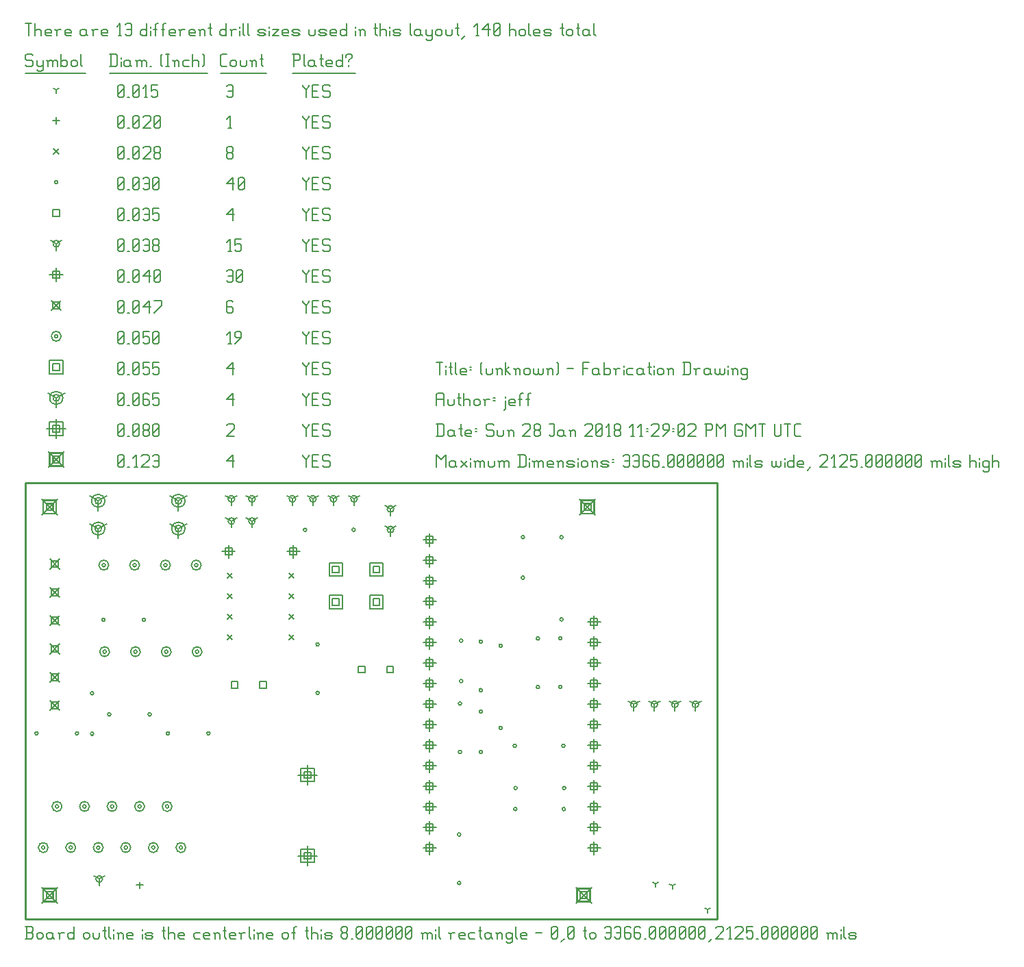
<source format=gbr>
G04 start of page 11 for group -3984 idx -3984 *
G04 Title: (unknown), fab *
G04 Creator: pcb 20140316 *
G04 CreationDate: Sun 28 Jan 2018 11:29:02 PM GMT UTC *
G04 For: jeff *
G04 Format: Gerber/RS-274X *
G04 PCB-Dimensions (mm): 85.50 53.98 *
G04 PCB-Coordinate-Origin: lower left *
%MOMM*%
%FSLAX43Y43*%
%LNFAB*%
%ADD128C,0.254*%
%ADD127C,0.152*%
%ADD126R,0.203X0.203*%
%ADD125C,0.002*%
G54D125*G36*
X2086Y52033D02*X4058Y50061D01*
X3914Y49917D01*
X1942Y51889D01*
X2086Y52033D01*
G37*
G36*
X1942Y50061D02*X3914Y52033D01*
X4058Y51889D01*
X2086Y49917D01*
X1942Y50061D01*
G37*
G54D126*X2594Y51381D02*X3406D01*
X2594D02*Y50569D01*
X3406D01*
Y51381D02*Y50569D01*
X2187Y51788D02*X3813D01*
X2187D02*Y50162D01*
X3813D01*
Y51788D02*Y50162D01*
G54D125*G36*
X2086Y4033D02*X4058Y2061D01*
X3914Y1917D01*
X1942Y3889D01*
X2086Y4033D01*
G37*
G36*
X1942Y2061D02*X3914Y4033D01*
X4058Y3889D01*
X2086Y1917D01*
X1942Y2061D01*
G37*
G54D126*X2594Y3381D02*X3406D01*
X2594D02*Y2569D01*
X3406D01*
Y3381D02*Y2569D01*
X2187Y3788D02*X3813D01*
X2187D02*Y2162D01*
X3813D01*
Y3788D02*Y2162D01*
G54D125*G36*
X68086Y4033D02*X70058Y2061D01*
X69914Y1917D01*
X67942Y3889D01*
X68086Y4033D01*
G37*
G36*
X67942Y2061D02*X69914Y4033D01*
X70058Y3889D01*
X68086Y1917D01*
X67942Y2061D01*
G37*
G54D126*X68594Y3381D02*X69406D01*
X68594D02*Y2569D01*
X69406D01*
Y3381D02*Y2569D01*
X68187Y3788D02*X69813D01*
X68187D02*Y2162D01*
X69813D01*
Y3788D02*Y2162D01*
G54D125*G36*
X68586Y52033D02*X70558Y50061D01*
X70414Y49917D01*
X68442Y51889D01*
X68586Y52033D01*
G37*
G36*
X68442Y50061D02*X70414Y52033D01*
X70558Y51889D01*
X68586Y49917D01*
X68442Y50061D01*
G37*
G54D126*X69094Y51381D02*X69906D01*
X69094D02*Y50569D01*
X69906D01*
Y51381D02*Y50569D01*
X68687Y51788D02*X70313D01*
X68687D02*Y50162D01*
X70313D01*
Y51788D02*Y50162D01*
G54D125*G36*
X2896Y57891D02*X4868Y55918D01*
X4724Y55774D01*
X2752Y57747D01*
X2896Y57891D01*
G37*
G36*
X2752Y55918D02*X4724Y57891D01*
X4868Y57747D01*
X2896Y55774D01*
X2752Y55918D01*
G37*
G54D126*X3404Y57239D02*X4216D01*
X3404D02*Y56426D01*
X4216D01*
Y57239D02*Y56426D01*
X2997Y57645D02*X4623D01*
X2997D02*Y56020D01*
X4623D01*
Y57645D02*Y56020D01*
G54D127*X34290Y57404D02*Y57214D01*
X34671Y56832D01*
X35052Y57214D01*
Y57404D02*Y57214D01*
X34671Y56832D02*Y55880D01*
X35509Y56642D02*X36081D01*
X35509Y55880D02*X36271D01*
X35509Y57404D02*Y55880D01*
Y57404D02*X36271D01*
X37490D02*X37681Y57214D01*
X36919Y57404D02*X37490D01*
X36728Y57214D02*X36919Y57404D01*
X36728Y57214D02*Y56832D01*
X36919Y56642D01*
X37490D01*
X37681Y56452D01*
Y56070D01*
X37490Y55880D02*X37681Y56070D01*
X36919Y55880D02*X37490D01*
X36728Y56070D02*X36919Y55880D01*
X24892Y56642D02*X25654Y57404D01*
X24892Y56642D02*X25844D01*
X25654Y57404D02*Y55880D01*
X11430Y56070D02*X11620Y55880D01*
X11430Y57214D02*Y56070D01*
Y57214D02*X11620Y57404D01*
X12002D01*
X12192Y57214D01*
Y56070D01*
X12002Y55880D02*X12192Y56070D01*
X11620Y55880D02*X12002D01*
X11430Y56261D02*X12192Y57023D01*
X12649Y55880D02*X12840D01*
X13487D02*X13868D01*
X13678Y57404D02*Y55880D01*
X13297Y57023D02*X13678Y57404D01*
X14326Y57214D02*X14516Y57404D01*
X15088D01*
X15278Y57214D01*
Y56832D01*
X14326Y55880D02*X15278Y56832D01*
X14326Y55880D02*X15278D01*
X15735Y57214D02*X15926Y57404D01*
X16307D01*
X16497Y57214D01*
Y56070D01*
X16307Y55880D02*X16497Y56070D01*
X15926Y55880D02*X16307D01*
X15735Y56070D02*X15926Y55880D01*
Y56642D02*X16497D01*
X34866Y19060D02*Y16622D01*
X33647Y17841D02*X36085D01*
X34460Y18247D02*X35272D01*
X34460D02*Y17435D01*
X35272D01*
Y18247D02*Y17435D01*
X34053Y18654D02*X35679D01*
X34053D02*Y17028D01*
X35679D01*
Y18654D02*Y17028D01*
X34866Y9060D02*Y6622D01*
X33647Y7841D02*X36085D01*
X34460Y8247D02*X35272D01*
X34460D02*Y7435D01*
X35272D01*
Y8247D02*Y7435D01*
X34053Y8654D02*X35679D01*
X34053D02*Y7028D01*
X35679D01*
Y8654D02*Y7028D01*
X3810Y61862D02*Y59423D01*
X2591Y60642D02*X5029D01*
X3404Y61049D02*X4216D01*
X3404D02*Y60236D01*
X4216D01*
Y61049D02*Y60236D01*
X2997Y61455D02*X4623D01*
X2997D02*Y59830D01*
X4623D01*
Y61455D02*Y59830D01*
X34290Y61214D02*Y61024D01*
X34671Y60642D01*
X35052Y61024D01*
Y61214D02*Y61024D01*
X34671Y60642D02*Y59690D01*
X35509Y60452D02*X36081D01*
X35509Y59690D02*X36271D01*
X35509Y61214D02*Y59690D01*
Y61214D02*X36271D01*
X37490D02*X37681Y61024D01*
X36919Y61214D02*X37490D01*
X36728Y61024D02*X36919Y61214D01*
X36728Y61024D02*Y60642D01*
X36919Y60452D01*
X37490D01*
X37681Y60262D01*
Y59880D01*
X37490Y59690D02*X37681Y59880D01*
X36919Y59690D02*X37490D01*
X36728Y59880D02*X36919Y59690D01*
X24892Y61024D02*X25082Y61214D01*
X25654D01*
X25844Y61024D01*
Y60642D01*
X24892Y59690D02*X25844Y60642D01*
X24892Y59690D02*X25844D01*
X11430Y59880D02*X11620Y59690D01*
X11430Y61024D02*Y59880D01*
Y61024D02*X11620Y61214D01*
X12002D01*
X12192Y61024D01*
Y59880D01*
X12002Y59690D02*X12192Y59880D01*
X11620Y59690D02*X12002D01*
X11430Y60071D02*X12192Y60833D01*
X12649Y59690D02*X12840D01*
X13297Y59880D02*X13487Y59690D01*
X13297Y61024D02*Y59880D01*
Y61024D02*X13487Y61214D01*
X13868D01*
X14059Y61024D01*
Y59880D01*
X13868Y59690D02*X14059Y59880D01*
X13487Y59690D02*X13868D01*
X13297Y60071D02*X14059Y60833D01*
X14516Y59880D02*X14707Y59690D01*
X14516Y60262D02*Y59880D01*
Y60262D02*X14707Y60452D01*
X15088D01*
X15278Y60262D01*
Y59880D01*
X15088Y59690D02*X15278Y59880D01*
X14707Y59690D02*X15088D01*
X14516Y60642D02*X14707Y60452D01*
X14516Y61024D02*Y60642D01*
Y61024D02*X14707Y61214D01*
X15088D01*
X15278Y61024D01*
Y60642D01*
X15088Y60452D02*X15278Y60642D01*
X15735Y59880D02*X15926Y59690D01*
X15735Y61024D02*Y59880D01*
Y61024D02*X15926Y61214D01*
X16307D01*
X16497Y61024D01*
Y59880D01*
X16307Y59690D02*X16497Y59880D01*
X15926Y59690D02*X16307D01*
X15735Y60071D02*X16497Y60833D01*
X9000Y48296D02*Y47077D01*
Y48296D02*X10057Y48906D01*
X9000Y48296D02*X7943Y48906D01*
X8594Y48296D02*G75*G03X9406Y48296I406J0D01*G01*
G75*G03X8594Y48296I-406J0D01*G01*
X8187D02*G75*G03X9813Y48296I813J0D01*G01*
G75*G03X8187Y48296I-813J0D01*G01*
X9000Y51725D02*Y50506D01*
Y51725D02*X10057Y52335D01*
X9000Y51725D02*X7943Y52335D01*
X8594Y51725D02*G75*G03X9406Y51725I406J0D01*G01*
G75*G03X8594Y51725I-406J0D01*G01*
X8187D02*G75*G03X9813Y51725I813J0D01*G01*
G75*G03X8187Y51725I-813J0D01*G01*
X18906D02*Y50506D01*
Y51725D02*X19963Y52335D01*
X18906Y51725D02*X17849Y52335D01*
X18500Y51725D02*G75*G03X19312Y51725I406J0D01*G01*
G75*G03X18500Y51725I-406J0D01*G01*
X18093D02*G75*G03X19719Y51725I813J0D01*G01*
G75*G03X18093Y51725I-813J0D01*G01*
X18906Y48296D02*Y47077D01*
Y48296D02*X19963Y48906D01*
X18906Y48296D02*X17849Y48906D01*
X18500Y48296D02*G75*G03X19312Y48296I406J0D01*G01*
G75*G03X18500Y48296I-406J0D01*G01*
X18093D02*G75*G03X19719Y48296I813J0D01*G01*
G75*G03X18093Y48296I-813J0D01*G01*
X3810Y64452D02*Y63233D01*
Y64452D02*X4867Y65062D01*
X3810Y64452D02*X2753Y65062D01*
X3404Y64452D02*G75*G03X4216Y64452I406J0D01*G01*
G75*G03X3404Y64452I-406J0D01*G01*
X2997D02*G75*G03X4623Y64452I813J0D01*G01*
G75*G03X2997Y64452I-813J0D01*G01*
X34290Y65024D02*Y64834D01*
X34671Y64452D01*
X35052Y64834D01*
Y65024D02*Y64834D01*
X34671Y64452D02*Y63500D01*
X35509Y64262D02*X36081D01*
X35509Y63500D02*X36271D01*
X35509Y65024D02*Y63500D01*
Y65024D02*X36271D01*
X37490D02*X37681Y64834D01*
X36919Y65024D02*X37490D01*
X36728Y64834D02*X36919Y65024D01*
X36728Y64834D02*Y64452D01*
X36919Y64262D01*
X37490D01*
X37681Y64072D01*
Y63690D01*
X37490Y63500D02*X37681Y63690D01*
X36919Y63500D02*X37490D01*
X36728Y63690D02*X36919Y63500D01*
X24892Y64262D02*X25654Y65024D01*
X24892Y64262D02*X25844D01*
X25654Y65024D02*Y63500D01*
X11430Y63690D02*X11620Y63500D01*
X11430Y64834D02*Y63690D01*
Y64834D02*X11620Y65024D01*
X12002D01*
X12192Y64834D01*
Y63690D01*
X12002Y63500D02*X12192Y63690D01*
X11620Y63500D02*X12002D01*
X11430Y63881D02*X12192Y64643D01*
X12649Y63500D02*X12840D01*
X13297Y63690D02*X13487Y63500D01*
X13297Y64834D02*Y63690D01*
Y64834D02*X13487Y65024D01*
X13868D01*
X14059Y64834D01*
Y63690D01*
X13868Y63500D02*X14059Y63690D01*
X13487Y63500D02*X13868D01*
X13297Y63881D02*X14059Y64643D01*
X15088Y65024D02*X15278Y64834D01*
X14707Y65024D02*X15088D01*
X14516Y64834D02*X14707Y65024D01*
X14516Y64834D02*Y63690D01*
X14707Y63500D01*
X15088Y64262D02*X15278Y64072D01*
X14516Y64262D02*X15088D01*
X14707Y63500D02*X15088D01*
X15278Y63690D01*
Y64072D02*Y63690D01*
X15735Y65024D02*X16497D01*
X15735D02*Y64262D01*
X15926Y64452D01*
X16307D01*
X16497Y64262D01*
Y63690D01*
X16307Y63500D02*X16497Y63690D01*
X15926Y63500D02*X16307D01*
X15735Y63690D02*X15926Y63500D01*
X37964Y43631D02*X38776D01*
X37964D02*Y42819D01*
X38776D01*
Y43631D02*Y42819D01*
X37557Y44038D02*X39183D01*
X37557D02*Y42412D01*
X39183D01*
Y44038D02*Y42412D01*
X42964Y43631D02*X43776D01*
X42964D02*Y42819D01*
X43776D01*
Y43631D02*Y42819D01*
X42557Y44038D02*X44183D01*
X42557D02*Y42412D01*
X44183D01*
Y44038D02*Y42412D01*
X42964Y39631D02*X43776D01*
X42964D02*Y38819D01*
X43776D01*
Y39631D02*Y38819D01*
X42557Y40038D02*X44183D01*
X42557D02*Y38412D01*
X44183D01*
Y40038D02*Y38412D01*
X37964Y39631D02*X38776D01*
X37964D02*Y38819D01*
X38776D01*
Y39631D02*Y38819D01*
X37557Y40038D02*X39183D01*
X37557D02*Y38412D01*
X39183D01*
Y40038D02*Y38412D01*
X3404Y68669D02*X4216D01*
X3404D02*Y67856D01*
X4216D01*
Y68669D02*Y67856D01*
X2997Y69075D02*X4623D01*
X2997D02*Y67450D01*
X4623D01*
Y69075D02*Y67450D01*
X34290Y68834D02*Y68644D01*
X34671Y68262D01*
X35052Y68644D01*
Y68834D02*Y68644D01*
X34671Y68262D02*Y67310D01*
X35509Y68072D02*X36081D01*
X35509Y67310D02*X36271D01*
X35509Y68834D02*Y67310D01*
Y68834D02*X36271D01*
X37490D02*X37681Y68644D01*
X36919Y68834D02*X37490D01*
X36728Y68644D02*X36919Y68834D01*
X36728Y68644D02*Y68262D01*
X36919Y68072D01*
X37490D01*
X37681Y67882D01*
Y67500D01*
X37490Y67310D02*X37681Y67500D01*
X36919Y67310D02*X37490D01*
X36728Y67500D02*X36919Y67310D01*
X24892Y68072D02*X25654Y68834D01*
X24892Y68072D02*X25844D01*
X25654Y68834D02*Y67310D01*
X11430Y67500D02*X11620Y67310D01*
X11430Y68644D02*Y67500D01*
Y68644D02*X11620Y68834D01*
X12002D01*
X12192Y68644D01*
Y67500D01*
X12002Y67310D02*X12192Y67500D01*
X11620Y67310D02*X12002D01*
X11430Y67691D02*X12192Y68453D01*
X12649Y67310D02*X12840D01*
X13297Y67500D02*X13487Y67310D01*
X13297Y68644D02*Y67500D01*
Y68644D02*X13487Y68834D01*
X13868D01*
X14059Y68644D01*
Y67500D01*
X13868Y67310D02*X14059Y67500D01*
X13487Y67310D02*X13868D01*
X13297Y67691D02*X14059Y68453D01*
X14516Y68834D02*X15278D01*
X14516D02*Y68072D01*
X14707Y68262D01*
X15088D01*
X15278Y68072D01*
Y67500D01*
X15088Y67310D02*X15278Y67500D01*
X14707Y67310D02*X15088D01*
X14516Y67500D02*X14707Y67310D01*
X15735Y68834D02*X16497D01*
X15735D02*Y68072D01*
X15926Y68262D01*
X16307D01*
X16497Y68072D01*
Y67500D01*
X16307Y67310D02*X16497Y67500D01*
X15926Y67310D02*X16307D01*
X15735Y67500D02*X15926Y67310D01*
X20917Y43775D02*G75*G03X21323Y43775I203J0D01*G01*
G75*G03X20917Y43775I-203J0D01*G01*
X20510D02*G75*G03X21730Y43775I610J0D01*G01*
G75*G03X20510Y43775I-610J0D01*G01*
X17107D02*G75*G03X17513Y43775I203J0D01*G01*
G75*G03X17107Y43775I-203J0D01*G01*
X16700D02*G75*G03X17920Y43775I610J0D01*G01*
G75*G03X16700Y43775I-610J0D01*G01*
X13297D02*G75*G03X13703Y43775I203J0D01*G01*
G75*G03X13297Y43775I-203J0D01*G01*
X12890D02*G75*G03X14110Y43775I610J0D01*G01*
G75*G03X12890Y43775I-610J0D01*G01*
X9487D02*G75*G03X9893Y43775I203J0D01*G01*
G75*G03X9487Y43775I-203J0D01*G01*
X9080D02*G75*G03X10300Y43775I610J0D01*G01*
G75*G03X9080Y43775I-610J0D01*G01*
X21017Y33075D02*G75*G03X21423Y33075I203J0D01*G01*
G75*G03X21017Y33075I-203J0D01*G01*
X20610D02*G75*G03X21830Y33075I610J0D01*G01*
G75*G03X20610Y33075I-610J0D01*G01*
X17207D02*G75*G03X17613Y33075I203J0D01*G01*
G75*G03X17207Y33075I-203J0D01*G01*
X16800D02*G75*G03X18020Y33075I610J0D01*G01*
G75*G03X16800Y33075I-610J0D01*G01*
X13397D02*G75*G03X13803Y33075I203J0D01*G01*
G75*G03X13397Y33075I-203J0D01*G01*
X12990D02*G75*G03X14210Y33075I610J0D01*G01*
G75*G03X12990Y33075I-610J0D01*G01*
X9587D02*G75*G03X9993Y33075I203J0D01*G01*
G75*G03X9587Y33075I-203J0D01*G01*
X9180D02*G75*G03X10400Y33075I610J0D01*G01*
G75*G03X9180Y33075I-610J0D01*G01*
X12206Y8862D02*G75*G03X12612Y8862I203J0D01*G01*
G75*G03X12206Y8862I-203J0D01*G01*
X11799D02*G75*G03X13019Y8862I610J0D01*G01*
G75*G03X11799Y8862I-610J0D01*G01*
X15609D02*G75*G03X16016Y8862I203J0D01*G01*
G75*G03X15609Y8862I-203J0D01*G01*
X15203D02*G75*G03X16422Y8862I610J0D01*G01*
G75*G03X15203Y8862I-610J0D01*G01*
X3697Y13942D02*G75*G03X4103Y13942I203J0D01*G01*
G75*G03X3697Y13942I-203J0D01*G01*
X3290D02*G75*G03X4510Y13942I610J0D01*G01*
G75*G03X3290Y13942I-610J0D01*G01*
X7100D02*G75*G03X7507Y13942I203J0D01*G01*
G75*G03X7100Y13942I-203J0D01*G01*
X6694D02*G75*G03X7913Y13942I610J0D01*G01*
G75*G03X6694Y13942I-610J0D01*G01*
X10504D02*G75*G03X10910Y13942I203J0D01*G01*
G75*G03X10504Y13942I-203J0D01*G01*
X10098D02*G75*G03X11317Y13942I610J0D01*G01*
G75*G03X10098Y13942I-610J0D01*G01*
X13908D02*G75*G03X14314Y13942I203J0D01*G01*
G75*G03X13908Y13942I-203J0D01*G01*
X13501D02*G75*G03X14720Y13942I610J0D01*G01*
G75*G03X13501Y13942I-610J0D01*G01*
X17311D02*G75*G03X17718Y13942I203J0D01*G01*
G75*G03X17311Y13942I-203J0D01*G01*
X16905D02*G75*G03X18124Y13942I610J0D01*G01*
G75*G03X16905Y13942I-610J0D01*G01*
X19013Y8862D02*G75*G03X19419Y8862I203J0D01*G01*
G75*G03X19013Y8862I-203J0D01*G01*
X18607D02*G75*G03X19826Y8862I610J0D01*G01*
G75*G03X18607Y8862I-610J0D01*G01*
X8802D02*G75*G03X9209Y8862I203J0D01*G01*
G75*G03X8802Y8862I-203J0D01*G01*
X8396D02*G75*G03X9615Y8862I610J0D01*G01*
G75*G03X8396Y8862I-610J0D01*G01*
X5399D02*G75*G03X5805Y8862I203J0D01*G01*
G75*G03X5399Y8862I-203J0D01*G01*
X4992D02*G75*G03X6211Y8862I610J0D01*G01*
G75*G03X4992Y8862I-610J0D01*G01*
X1995D02*G75*G03X2401Y8862I203J0D01*G01*
G75*G03X1995Y8862I-203J0D01*G01*
X1589D02*G75*G03X2808Y8862I610J0D01*G01*
G75*G03X1589Y8862I-610J0D01*G01*
X3607Y72072D02*G75*G03X4013Y72072I203J0D01*G01*
G75*G03X3607Y72072I-203J0D01*G01*
X3200D02*G75*G03X4420Y72072I610J0D01*G01*
G75*G03X3200Y72072I-610J0D01*G01*
X34290Y72644D02*Y72454D01*
X34671Y72072D01*
X35052Y72454D01*
Y72644D02*Y72454D01*
X34671Y72072D02*Y71120D01*
X35509Y71882D02*X36081D01*
X35509Y71120D02*X36271D01*
X35509Y72644D02*Y71120D01*
Y72644D02*X36271D01*
X37490D02*X37681Y72454D01*
X36919Y72644D02*X37490D01*
X36728Y72454D02*X36919Y72644D01*
X36728Y72454D02*Y72072D01*
X36919Y71882D01*
X37490D01*
X37681Y71692D01*
Y71310D01*
X37490Y71120D02*X37681Y71310D01*
X36919Y71120D02*X37490D01*
X36728Y71310D02*X36919Y71120D01*
X25082D02*X25464D01*
X25273Y72644D02*Y71120D01*
X24892Y72263D02*X25273Y72644D01*
X25921Y71120D02*X26683Y71882D01*
Y72454D02*Y71882D01*
X26492Y72644D02*X26683Y72454D01*
X26111Y72644D02*X26492D01*
X25921Y72454D02*X26111Y72644D01*
X25921Y72454D02*Y72072D01*
X26111Y71882D01*
X26683D01*
X11430Y71310D02*X11620Y71120D01*
X11430Y72454D02*Y71310D01*
Y72454D02*X11620Y72644D01*
X12002D01*
X12192Y72454D01*
Y71310D01*
X12002Y71120D02*X12192Y71310D01*
X11620Y71120D02*X12002D01*
X11430Y71501D02*X12192Y72263D01*
X12649Y71120D02*X12840D01*
X13297Y71310D02*X13487Y71120D01*
X13297Y72454D02*Y71310D01*
Y72454D02*X13487Y72644D01*
X13868D01*
X14059Y72454D01*
Y71310D01*
X13868Y71120D02*X14059Y71310D01*
X13487Y71120D02*X13868D01*
X13297Y71501D02*X14059Y72263D01*
X14516Y72644D02*X15278D01*
X14516D02*Y71882D01*
X14707Y72072D01*
X15088D01*
X15278Y71882D01*
Y71310D01*
X15088Y71120D02*X15278Y71310D01*
X14707Y71120D02*X15088D01*
X14516Y71310D02*X14707Y71120D01*
X15735Y71310D02*X15926Y71120D01*
X15735Y72454D02*Y71310D01*
Y72454D02*X15926Y72644D01*
X16307D01*
X16497Y72454D01*
Y71310D01*
X16307Y71120D02*X16497Y71310D01*
X15926Y71120D02*X16307D01*
X15735Y71501D02*X16497Y72263D01*
X3036Y30531D02*X4256Y29311D01*
X3036D02*X4256Y30531D01*
X3240Y30327D02*X4052D01*
X3240D02*Y29515D01*
X4052D01*
Y30327D02*Y29515D01*
X3036Y27031D02*X4256Y25811D01*
X3036D02*X4256Y27031D01*
X3240Y26827D02*X4052D01*
X3240D02*Y26015D01*
X4052D01*
Y26827D02*Y26015D01*
X3036Y37531D02*X4256Y36311D01*
X3036D02*X4256Y37531D01*
X3240Y37327D02*X4052D01*
X3240D02*Y36515D01*
X4052D01*
Y37327D02*Y36515D01*
X3036Y34031D02*X4256Y32811D01*
X3036D02*X4256Y34031D01*
X3240Y33827D02*X4052D01*
X3240D02*Y33015D01*
X4052D01*
Y33827D02*Y33015D01*
X3036Y44531D02*X4256Y43311D01*
X3036D02*X4256Y44531D01*
X3240Y44327D02*X4052D01*
X3240D02*Y43515D01*
X4052D01*
Y44327D02*Y43515D01*
X3036Y41031D02*X4256Y39811D01*
X3036D02*X4256Y41031D01*
X3240Y40827D02*X4052D01*
X3240D02*Y40015D01*
X4052D01*
Y40827D02*Y40015D01*
X3200Y76492D02*X4420Y75273D01*
X3200D02*X4420Y76492D01*
X3404Y76289D02*X4216D01*
X3404D02*Y75476D01*
X4216D01*
Y76289D02*Y75476D01*
X34290Y76454D02*Y76264D01*
X34671Y75882D01*
X35052Y76264D01*
Y76454D02*Y76264D01*
X34671Y75882D02*Y74930D01*
X35509Y75692D02*X36081D01*
X35509Y74930D02*X36271D01*
X35509Y76454D02*Y74930D01*
Y76454D02*X36271D01*
X37490D02*X37681Y76264D01*
X36919Y76454D02*X37490D01*
X36728Y76264D02*X36919Y76454D01*
X36728Y76264D02*Y75882D01*
X36919Y75692D01*
X37490D01*
X37681Y75502D01*
Y75120D01*
X37490Y74930D02*X37681Y75120D01*
X36919Y74930D02*X37490D01*
X36728Y75120D02*X36919Y74930D01*
X25464Y76454D02*X25654Y76264D01*
X25082Y76454D02*X25464D01*
X24892Y76264D02*X25082Y76454D01*
X24892Y76264D02*Y75120D01*
X25082Y74930D01*
X25464Y75692D02*X25654Y75502D01*
X24892Y75692D02*X25464D01*
X25082Y74930D02*X25464D01*
X25654Y75120D01*
Y75502D02*Y75120D01*
X11430D02*X11620Y74930D01*
X11430Y76264D02*Y75120D01*
Y76264D02*X11620Y76454D01*
X12002D01*
X12192Y76264D01*
Y75120D01*
X12002Y74930D02*X12192Y75120D01*
X11620Y74930D02*X12002D01*
X11430Y75311D02*X12192Y76073D01*
X12649Y74930D02*X12840D01*
X13297Y75120D02*X13487Y74930D01*
X13297Y76264D02*Y75120D01*
Y76264D02*X13487Y76454D01*
X13868D01*
X14059Y76264D01*
Y75120D01*
X13868Y74930D02*X14059Y75120D01*
X13487Y74930D02*X13868D01*
X13297Y75311D02*X14059Y76073D01*
X14516Y75692D02*X15278Y76454D01*
X14516Y75692D02*X15469D01*
X15278Y76454D02*Y74930D01*
X15926D02*X16878Y75882D01*
Y76454D02*Y75882D01*
X15926Y76454D02*X16878D01*
X33120Y46288D02*Y44662D01*
X32307Y45475D02*X33933D01*
X32714Y45881D02*X33526D01*
X32714D02*Y45069D01*
X33526D01*
Y45881D02*Y45069D01*
X25120Y46288D02*Y44662D01*
X24307Y45475D02*X25933D01*
X24714Y45881D02*X25526D01*
X24714D02*Y45069D01*
X25526D01*
Y45881D02*Y45069D01*
X70287Y37567D02*Y35941D01*
X69474Y36754D02*X71100D01*
X69881Y37160D02*X70693D01*
X69881D02*Y36348D01*
X70693D01*
Y37160D02*Y36348D01*
X70287Y35027D02*Y33401D01*
X69474Y34214D02*X71100D01*
X69881Y34620D02*X70693D01*
X69881D02*Y33808D01*
X70693D01*
Y34620D02*Y33808D01*
X70287Y32487D02*Y30861D01*
X69474Y31674D02*X71100D01*
X69881Y32080D02*X70693D01*
X69881D02*Y31268D01*
X70693D01*
Y32080D02*Y31268D01*
X70287Y29947D02*Y28321D01*
X69474Y29134D02*X71100D01*
X69881Y29540D02*X70693D01*
X69881D02*Y28728D01*
X70693D01*
Y29540D02*Y28728D01*
X70287Y27407D02*Y25781D01*
X69474Y26594D02*X71100D01*
X69881Y27000D02*X70693D01*
X69881D02*Y26188D01*
X70693D01*
Y27000D02*Y26188D01*
X70287Y24867D02*Y23241D01*
X69474Y24054D02*X71100D01*
X69881Y24460D02*X70693D01*
X69881D02*Y23648D01*
X70693D01*
Y24460D02*Y23648D01*
X70287Y22327D02*Y20701D01*
X69474Y21514D02*X71100D01*
X69881Y21920D02*X70693D01*
X69881D02*Y21108D01*
X70693D01*
Y21920D02*Y21108D01*
X70287Y19787D02*Y18161D01*
X69474Y18974D02*X71100D01*
X69881Y19380D02*X70693D01*
X69881D02*Y18568D01*
X70693D01*
Y19380D02*Y18568D01*
X70287Y17247D02*Y15621D01*
X69474Y16434D02*X71100D01*
X69881Y16840D02*X70693D01*
X69881D02*Y16028D01*
X70693D01*
Y16840D02*Y16028D01*
X70287Y14707D02*Y13081D01*
X69474Y13894D02*X71100D01*
X69881Y14300D02*X70693D01*
X69881D02*Y13488D01*
X70693D01*
Y14300D02*Y13488D01*
X70287Y12167D02*Y10541D01*
X69474Y11354D02*X71100D01*
X69881Y11760D02*X70693D01*
X69881D02*Y10948D01*
X70693D01*
Y11760D02*Y10948D01*
X70287Y9627D02*Y8001D01*
X69474Y8814D02*X71100D01*
X69881Y9220D02*X70693D01*
X69881D02*Y8408D01*
X70693D01*
Y9220D02*Y8408D01*
X49967Y47727D02*Y46101D01*
X49154Y46914D02*X50780D01*
X49561Y47320D02*X50373D01*
X49561D02*Y46508D01*
X50373D01*
Y47320D02*Y46508D01*
X49967Y45187D02*Y43561D01*
X49154Y44374D02*X50780D01*
X49561Y44780D02*X50373D01*
X49561D02*Y43968D01*
X50373D01*
Y44780D02*Y43968D01*
X49967Y42647D02*Y41021D01*
X49154Y41834D02*X50780D01*
X49561Y42240D02*X50373D01*
X49561D02*Y41428D01*
X50373D01*
Y42240D02*Y41428D01*
X49967Y40107D02*Y38481D01*
X49154Y39294D02*X50780D01*
X49561Y39700D02*X50373D01*
X49561D02*Y38888D01*
X50373D01*
Y39700D02*Y38888D01*
X49967Y37567D02*Y35941D01*
X49154Y36754D02*X50780D01*
X49561Y37160D02*X50373D01*
X49561D02*Y36348D01*
X50373D01*
Y37160D02*Y36348D01*
X49967Y35027D02*Y33401D01*
X49154Y34214D02*X50780D01*
X49561Y34620D02*X50373D01*
X49561D02*Y33808D01*
X50373D01*
Y34620D02*Y33808D01*
X49967Y32487D02*Y30861D01*
X49154Y31674D02*X50780D01*
X49561Y32080D02*X50373D01*
X49561D02*Y31268D01*
X50373D01*
Y32080D02*Y31268D01*
X49967Y29947D02*Y28321D01*
X49154Y29134D02*X50780D01*
X49561Y29540D02*X50373D01*
X49561D02*Y28728D01*
X50373D01*
Y29540D02*Y28728D01*
X49967Y27407D02*Y25781D01*
X49154Y26594D02*X50780D01*
X49561Y27000D02*X50373D01*
X49561D02*Y26188D01*
X50373D01*
Y27000D02*Y26188D01*
X49967Y24867D02*Y23241D01*
X49154Y24054D02*X50780D01*
X49561Y24460D02*X50373D01*
X49561D02*Y23648D01*
X50373D01*
Y24460D02*Y23648D01*
X49967Y22327D02*Y20701D01*
X49154Y21514D02*X50780D01*
X49561Y21920D02*X50373D01*
X49561D02*Y21108D01*
X50373D01*
Y21920D02*Y21108D01*
X49967Y19787D02*Y18161D01*
X49154Y18974D02*X50780D01*
X49561Y19380D02*X50373D01*
X49561D02*Y18568D01*
X50373D01*
Y19380D02*Y18568D01*
X49967Y17247D02*Y15621D01*
X49154Y16434D02*X50780D01*
X49561Y16840D02*X50373D01*
X49561D02*Y16028D01*
X50373D01*
Y16840D02*Y16028D01*
X49967Y14707D02*Y13081D01*
X49154Y13894D02*X50780D01*
X49561Y14300D02*X50373D01*
X49561D02*Y13488D01*
X50373D01*
Y14300D02*Y13488D01*
X49967Y12167D02*Y10541D01*
X49154Y11354D02*X50780D01*
X49561Y11760D02*X50373D01*
X49561D02*Y10948D01*
X50373D01*
Y11760D02*Y10948D01*
X49967Y9627D02*Y8001D01*
X49154Y8814D02*X50780D01*
X49561Y9220D02*X50373D01*
X49561D02*Y8408D01*
X50373D01*
Y9220D02*Y8408D01*
X3810Y80505D02*Y78880D01*
X2997Y79692D02*X4623D01*
X3404Y80099D02*X4216D01*
X3404D02*Y79286D01*
X4216D01*
Y80099D02*Y79286D01*
X34290Y80264D02*Y80074D01*
X34671Y79692D01*
X35052Y80074D01*
Y80264D02*Y80074D01*
X34671Y79692D02*Y78740D01*
X35509Y79502D02*X36081D01*
X35509Y78740D02*X36271D01*
X35509Y80264D02*Y78740D01*
Y80264D02*X36271D01*
X37490D02*X37681Y80074D01*
X36919Y80264D02*X37490D01*
X36728Y80074D02*X36919Y80264D01*
X36728Y80074D02*Y79692D01*
X36919Y79502D01*
X37490D01*
X37681Y79312D01*
Y78930D01*
X37490Y78740D02*X37681Y78930D01*
X36919Y78740D02*X37490D01*
X36728Y78930D02*X36919Y78740D01*
X24892Y80074D02*X25082Y80264D01*
X25464D01*
X25654Y80074D01*
Y78930D01*
X25464Y78740D02*X25654Y78930D01*
X25082Y78740D02*X25464D01*
X24892Y78930D02*X25082Y78740D01*
Y79502D02*X25654D01*
X26111Y78930D02*X26302Y78740D01*
X26111Y80074D02*Y78930D01*
Y80074D02*X26302Y80264D01*
X26683D01*
X26873Y80074D01*
Y78930D01*
X26683Y78740D02*X26873Y78930D01*
X26302Y78740D02*X26683D01*
X26111Y79121D02*X26873Y79883D01*
X11430Y78930D02*X11620Y78740D01*
X11430Y80074D02*Y78930D01*
Y80074D02*X11620Y80264D01*
X12002D01*
X12192Y80074D01*
Y78930D01*
X12002Y78740D02*X12192Y78930D01*
X11620Y78740D02*X12002D01*
X11430Y79121D02*X12192Y79883D01*
X12649Y78740D02*X12840D01*
X13297Y78930D02*X13487Y78740D01*
X13297Y80074D02*Y78930D01*
Y80074D02*X13487Y80264D01*
X13868D01*
X14059Y80074D01*
Y78930D01*
X13868Y78740D02*X14059Y78930D01*
X13487Y78740D02*X13868D01*
X13297Y79121D02*X14059Y79883D01*
X14516Y79502D02*X15278Y80264D01*
X14516Y79502D02*X15469D01*
X15278Y80264D02*Y78740D01*
X15926Y78930D02*X16116Y78740D01*
X15926Y80074D02*Y78930D01*
Y80074D02*X16116Y80264D01*
X16497D01*
X16688Y80074D01*
Y78930D01*
X16497Y78740D02*X16688Y78930D01*
X16116Y78740D02*X16497D01*
X15926Y79121D02*X16688Y79883D01*
X9120Y4975D02*Y4162D01*
Y4975D02*X9824Y5381D01*
X9120Y4975D02*X8416Y5381D01*
X8714Y4975D02*G75*G03X9526Y4975I406J0D01*G01*
G75*G03X8714Y4975I-406J0D01*G01*
X33000Y51975D02*Y51162D01*
Y51975D02*X33704Y52381D01*
X33000Y51975D02*X32296Y52381D01*
X32594Y51975D02*G75*G03X33406Y51975I406J0D01*G01*
G75*G03X32594Y51975I-406J0D01*G01*
X35540D02*Y51162D01*
Y51975D02*X36244Y52381D01*
X35540Y51975D02*X34836Y52381D01*
X35134Y51975D02*G75*G03X35946Y51975I406J0D01*G01*
G75*G03X35134Y51975I-406J0D01*G01*
X38080D02*Y51162D01*
Y51975D02*X38784Y52381D01*
X38080Y51975D02*X37376Y52381D01*
X37674Y51975D02*G75*G03X38486Y51975I406J0D01*G01*
G75*G03X37674Y51975I-406J0D01*G01*
X40620D02*Y51162D01*
Y51975D02*X41324Y52381D01*
X40620Y51975D02*X39916Y52381D01*
X40214Y51975D02*G75*G03X41026Y51975I406J0D01*G01*
G75*G03X40214Y51975I-406J0D01*G01*
X75200Y26575D02*Y25762D01*
Y26575D02*X75904Y26981D01*
X75200Y26575D02*X74496Y26981D01*
X74794Y26575D02*G75*G03X75606Y26575I406J0D01*G01*
G75*G03X74794Y26575I-406J0D01*G01*
X77740D02*Y25762D01*
Y26575D02*X78444Y26981D01*
X77740Y26575D02*X77036Y26981D01*
X77334Y26575D02*G75*G03X78146Y26575I406J0D01*G01*
G75*G03X77334Y26575I-406J0D01*G01*
X80280D02*Y25762D01*
Y26575D02*X80984Y26981D01*
X80280Y26575D02*X79576Y26981D01*
X79874Y26575D02*G75*G03X80686Y26575I406J0D01*G01*
G75*G03X79874Y26575I-406J0D01*G01*
X82820D02*Y25762D01*
Y26575D02*X83524Y26981D01*
X82820Y26575D02*X82116Y26981D01*
X82414Y26575D02*G75*G03X83226Y26575I406J0D01*G01*
G75*G03X82414Y26575I-406J0D01*G01*
X45130Y50725D02*Y49912D01*
Y50725D02*X45834Y51131D01*
X45130Y50725D02*X44426Y51131D01*
X44724Y50725D02*G75*G03X45536Y50725I406J0D01*G01*
G75*G03X44724Y50725I-406J0D01*G01*
X45130Y48185D02*Y47372D01*
Y48185D02*X45834Y48591D01*
X45130Y48185D02*X44426Y48591D01*
X44724Y48185D02*G75*G03X45536Y48185I406J0D01*G01*
G75*G03X44724Y48185I-406J0D01*G01*
X25460Y49225D02*Y48412D01*
Y49225D02*X26164Y49631D01*
X25460Y49225D02*X24756Y49631D01*
X25054Y49225D02*G75*G03X25866Y49225I406J0D01*G01*
G75*G03X25054Y49225I-406J0D01*G01*
X28000D02*Y48412D01*
Y49225D02*X28704Y49631D01*
X28000Y49225D02*X27296Y49631D01*
X27594Y49225D02*G75*G03X28406Y49225I406J0D01*G01*
G75*G03X27594Y49225I-406J0D01*G01*
X25460Y51975D02*Y51162D01*
Y51975D02*X26164Y52381D01*
X25460Y51975D02*X24756Y52381D01*
X25054Y51975D02*G75*G03X25866Y51975I406J0D01*G01*
G75*G03X25054Y51975I-406J0D01*G01*
X28000D02*Y51162D01*
Y51975D02*X28704Y52381D01*
X28000Y51975D02*X27296Y52381D01*
X27594Y51975D02*G75*G03X28406Y51975I406J0D01*G01*
G75*G03X27594Y51975I-406J0D01*G01*
X3810Y83502D02*Y82690D01*
Y83502D02*X4514Y83909D01*
X3810Y83502D02*X3106Y83909D01*
X3404Y83502D02*G75*G03X4216Y83502I406J0D01*G01*
G75*G03X3404Y83502I-406J0D01*G01*
X34290Y84074D02*Y83884D01*
X34671Y83502D01*
X35052Y83884D01*
Y84074D02*Y83884D01*
X34671Y83502D02*Y82550D01*
X35509Y83312D02*X36081D01*
X35509Y82550D02*X36271D01*
X35509Y84074D02*Y82550D01*
Y84074D02*X36271D01*
X37490D02*X37681Y83884D01*
X36919Y84074D02*X37490D01*
X36728Y83884D02*X36919Y84074D01*
X36728Y83884D02*Y83502D01*
X36919Y83312D01*
X37490D01*
X37681Y83122D01*
Y82740D01*
X37490Y82550D02*X37681Y82740D01*
X36919Y82550D02*X37490D01*
X36728Y82740D02*X36919Y82550D01*
X25082D02*X25464D01*
X25273Y84074D02*Y82550D01*
X24892Y83693D02*X25273Y84074D01*
X25921D02*X26683D01*
X25921D02*Y83312D01*
X26111Y83502D01*
X26492D01*
X26683Y83312D01*
Y82740D01*
X26492Y82550D02*X26683Y82740D01*
X26111Y82550D02*X26492D01*
X25921Y82740D02*X26111Y82550D01*
X11430Y82740D02*X11620Y82550D01*
X11430Y83884D02*Y82740D01*
Y83884D02*X11620Y84074D01*
X12002D01*
X12192Y83884D01*
Y82740D01*
X12002Y82550D02*X12192Y82740D01*
X11620Y82550D02*X12002D01*
X11430Y82931D02*X12192Y83693D01*
X12649Y82550D02*X12840D01*
X13297Y82740D02*X13487Y82550D01*
X13297Y83884D02*Y82740D01*
Y83884D02*X13487Y84074D01*
X13868D01*
X14059Y83884D01*
Y82740D01*
X13868Y82550D02*X14059Y82740D01*
X13487Y82550D02*X13868D01*
X13297Y82931D02*X14059Y83693D01*
X14516Y83884D02*X14707Y84074D01*
X15088D01*
X15278Y83884D01*
Y82740D01*
X15088Y82550D02*X15278Y82740D01*
X14707Y82550D02*X15088D01*
X14516Y82740D02*X14707Y82550D01*
Y83312D02*X15278D01*
X15735Y82740D02*X15926Y82550D01*
X15735Y83122D02*Y82740D01*
Y83122D02*X15926Y83312D01*
X16307D01*
X16497Y83122D01*
Y82740D01*
X16307Y82550D02*X16497Y82740D01*
X15926Y82550D02*X16307D01*
X15735Y83502D02*X15926Y83312D01*
X15735Y83884D02*Y83502D01*
Y83884D02*X15926Y84074D01*
X16307D01*
X16497Y83884D01*
Y83502D01*
X16307Y83312D02*X16497Y83502D01*
X25464Y29381D02*X26276D01*
X25464D02*Y28569D01*
X26276D01*
Y29381D02*Y28569D01*
X28964Y29381D02*X29776D01*
X28964D02*Y28569D01*
X29776D01*
Y29381D02*Y28569D01*
X41164Y31281D02*X41976D01*
X41164D02*Y30469D01*
X41976D01*
Y31281D02*Y30469D01*
X44664Y31281D02*X45476D01*
X44664D02*Y30469D01*
X45476D01*
Y31281D02*Y30469D01*
X3404Y87719D02*X4216D01*
X3404D02*Y86906D01*
X4216D01*
Y87719D02*Y86906D01*
X34290Y87884D02*Y87694D01*
X34671Y87312D01*
X35052Y87694D01*
Y87884D02*Y87694D01*
X34671Y87312D02*Y86360D01*
X35509Y87122D02*X36081D01*
X35509Y86360D02*X36271D01*
X35509Y87884D02*Y86360D01*
Y87884D02*X36271D01*
X37490D02*X37681Y87694D01*
X36919Y87884D02*X37490D01*
X36728Y87694D02*X36919Y87884D01*
X36728Y87694D02*Y87312D01*
X36919Y87122D01*
X37490D01*
X37681Y86932D01*
Y86550D01*
X37490Y86360D02*X37681Y86550D01*
X36919Y86360D02*X37490D01*
X36728Y86550D02*X36919Y86360D01*
X24892Y87122D02*X25654Y87884D01*
X24892Y87122D02*X25844D01*
X25654Y87884D02*Y86360D01*
X11430Y86550D02*X11620Y86360D01*
X11430Y87694D02*Y86550D01*
Y87694D02*X11620Y87884D01*
X12002D01*
X12192Y87694D01*
Y86550D01*
X12002Y86360D02*X12192Y86550D01*
X11620Y86360D02*X12002D01*
X11430Y86741D02*X12192Y87503D01*
X12649Y86360D02*X12840D01*
X13297Y86550D02*X13487Y86360D01*
X13297Y87694D02*Y86550D01*
Y87694D02*X13487Y87884D01*
X13868D01*
X14059Y87694D01*
Y86550D01*
X13868Y86360D02*X14059Y86550D01*
X13487Y86360D02*X13868D01*
X13297Y86741D02*X14059Y87503D01*
X14516Y87694D02*X14707Y87884D01*
X15088D01*
X15278Y87694D01*
Y86550D01*
X15088Y86360D02*X15278Y86550D01*
X14707Y86360D02*X15088D01*
X14516Y86550D02*X14707Y86360D01*
Y87122D02*X15278D01*
X15735Y87884D02*X16497D01*
X15735D02*Y87122D01*
X15926Y87312D01*
X16307D01*
X16497Y87122D01*
Y86550D01*
X16307Y86360D02*X16497Y86550D01*
X15926Y86360D02*X16307D01*
X15735Y86550D02*X15926Y86360D01*
X53510Y26673D02*G75*G03X53917Y26673I203J0D01*G01*
G75*G03X53510Y26673I-203J0D01*G01*
Y20673D02*G75*G03X53917Y20673I203J0D01*G01*
G75*G03X53510Y20673I-203J0D01*G01*
X66284Y21445D02*G75*G03X66691Y21445I203J0D01*G01*
G75*G03X66284Y21445I-203J0D01*G01*
X60284D02*G75*G03X60691Y21445I203J0D01*G01*
G75*G03X60284Y21445I-203J0D01*G01*
X65917Y34725D02*G75*G03X66323Y34725I203J0D01*G01*
G75*G03X65917Y34725I-203J0D01*G01*
Y28725D02*G75*G03X66323Y28725I203J0D01*G01*
G75*G03X65917Y28725I-203J0D01*G01*
X53417Y10475D02*G75*G03X53823Y10475I203J0D01*G01*
G75*G03X53417Y10475I-203J0D01*G01*
Y4475D02*G75*G03X53823Y4475I203J0D01*G01*
G75*G03X53417Y4475I-203J0D01*G01*
X8043Y22921D02*G75*G03X8449Y22921I203J0D01*G01*
G75*G03X8043Y22921I-203J0D01*G01*
Y27921D02*G75*G03X8449Y27921I203J0D01*G01*
G75*G03X8043Y27921I-203J0D01*G01*
X9443Y37029D02*G75*G03X9849Y37029I203J0D01*G01*
G75*G03X9443Y37029I-203J0D01*G01*
X14443D02*G75*G03X14849Y37029I203J0D01*G01*
G75*G03X14443Y37029I-203J0D01*G01*
X17417Y22975D02*G75*G03X17823Y22975I203J0D01*G01*
G75*G03X17417Y22975I-203J0D01*G01*
X22417D02*G75*G03X22823Y22975I203J0D01*G01*
G75*G03X22417Y22975I-203J0D01*G01*
X56097Y25675D02*G75*G03X56503Y25675I203J0D01*G01*
G75*G03X56097Y25675I-203J0D01*G01*
Y20675D02*G75*G03X56503Y20675I203J0D01*G01*
G75*G03X56097Y20675I-203J0D01*G01*
X1167Y22975D02*G75*G03X1573Y22975I203J0D01*G01*
G75*G03X1167Y22975I-203J0D01*G01*
X6167D02*G75*G03X6573Y22975I203J0D01*G01*
G75*G03X6167Y22975I-203J0D01*G01*
X66343Y13621D02*G75*G03X66749Y13621I203J0D01*G01*
G75*G03X66343Y13621I-203J0D01*G01*
X60343D02*G75*G03X60749Y13621I203J0D01*G01*
G75*G03X60343Y13621I-203J0D01*G01*
X66393Y16221D02*G75*G03X66799Y16221I203J0D01*G01*
G75*G03X66393Y16221I-203J0D01*G01*
X60393D02*G75*G03X60799Y16221I203J0D01*G01*
G75*G03X60393Y16221I-203J0D01*G01*
X63143Y34713D02*G75*G03X63549Y34713I203J0D01*G01*
G75*G03X63143Y34713I-203J0D01*G01*
Y28713D02*G75*G03X63549Y28713I203J0D01*G01*
G75*G03X63143Y28713I-203J0D01*G01*
X56080Y34320D02*G75*G03X56486Y34320I203J0D01*G01*
G75*G03X56080Y34320I-203J0D01*G01*
Y28320D02*G75*G03X56486Y28320I203J0D01*G01*
G75*G03X56080Y28320I-203J0D01*G01*
X53650Y29436D02*G75*G03X54057Y29436I203J0D01*G01*
G75*G03X53650Y29436I-203J0D01*G01*
Y34436D02*G75*G03X54057Y34436I203J0D01*G01*
G75*G03X53650Y34436I-203J0D01*G01*
X66047Y47225D02*G75*G03X66453Y47225I203J0D01*G01*
G75*G03X66047Y47225I-203J0D01*G01*
Y37065D02*G75*G03X66453Y37065I203J0D01*G01*
G75*G03X66047Y37065I-203J0D01*G01*
X58531Y33813D02*G75*G03X58937Y33813I203J0D01*G01*
G75*G03X58531Y33813I-203J0D01*G01*
Y23653D02*G75*G03X58937Y23653I203J0D01*G01*
G75*G03X58531Y23653I-203J0D01*G01*
X34367Y48145D02*G75*G03X34773Y48145I203J0D01*G01*
G75*G03X34367Y48145I-203J0D01*G01*
X40367D02*G75*G03X40773Y48145I203J0D01*G01*
G75*G03X40367Y48145I-203J0D01*G01*
X15151Y25321D02*G75*G03X15557Y25321I203J0D01*G01*
G75*G03X15151Y25321I-203J0D01*G01*
X10151D02*G75*G03X10557Y25321I203J0D01*G01*
G75*G03X10151Y25321I-203J0D01*G01*
X35917Y33975D02*G75*G03X36323Y33975I203J0D01*G01*
G75*G03X35917Y33975I-203J0D01*G01*
Y27975D02*G75*G03X36323Y27975I203J0D01*G01*
G75*G03X35917Y27975I-203J0D01*G01*
X61297Y42225D02*G75*G03X61703Y42225I203J0D01*G01*
G75*G03X61297Y42225I-203J0D01*G01*
Y47225D02*G75*G03X61703Y47225I203J0D01*G01*
G75*G03X61297Y47225I-203J0D01*G01*
X3607Y91122D02*G75*G03X4013Y91122I203J0D01*G01*
G75*G03X3607Y91122I-203J0D01*G01*
X34290Y91694D02*Y91504D01*
X34671Y91122D01*
X35052Y91504D01*
Y91694D02*Y91504D01*
X34671Y91122D02*Y90170D01*
X35509Y90932D02*X36081D01*
X35509Y90170D02*X36271D01*
X35509Y91694D02*Y90170D01*
Y91694D02*X36271D01*
X37490D02*X37681Y91504D01*
X36919Y91694D02*X37490D01*
X36728Y91504D02*X36919Y91694D01*
X36728Y91504D02*Y91122D01*
X36919Y90932D01*
X37490D01*
X37681Y90742D01*
Y90360D01*
X37490Y90170D02*X37681Y90360D01*
X36919Y90170D02*X37490D01*
X36728Y90360D02*X36919Y90170D01*
X24892Y90932D02*X25654Y91694D01*
X24892Y90932D02*X25844D01*
X25654Y91694D02*Y90170D01*
X26302Y90360D02*X26492Y90170D01*
X26302Y91504D02*Y90360D01*
Y91504D02*X26492Y91694D01*
X26873D01*
X27064Y91504D01*
Y90360D01*
X26873Y90170D02*X27064Y90360D01*
X26492Y90170D02*X26873D01*
X26302Y90551D02*X27064Y91313D01*
X11430Y90360D02*X11620Y90170D01*
X11430Y91504D02*Y90360D01*
Y91504D02*X11620Y91694D01*
X12002D01*
X12192Y91504D01*
Y90360D01*
X12002Y90170D02*X12192Y90360D01*
X11620Y90170D02*X12002D01*
X11430Y90551D02*X12192Y91313D01*
X12649Y90170D02*X12840D01*
X13297Y90360D02*X13487Y90170D01*
X13297Y91504D02*Y90360D01*
Y91504D02*X13487Y91694D01*
X13868D01*
X14059Y91504D01*
Y90360D01*
X13868Y90170D02*X14059Y90360D01*
X13487Y90170D02*X13868D01*
X13297Y90551D02*X14059Y91313D01*
X14516Y91504D02*X14707Y91694D01*
X15088D01*
X15278Y91504D01*
Y90360D01*
X15088Y90170D02*X15278Y90360D01*
X14707Y90170D02*X15088D01*
X14516Y90360D02*X14707Y90170D01*
Y90932D02*X15278D01*
X15735Y90360D02*X15926Y90170D01*
X15735Y91504D02*Y90360D01*
Y91504D02*X15926Y91694D01*
X16307D01*
X16497Y91504D01*
Y90360D01*
X16307Y90170D02*X16497Y90360D01*
X15926Y90170D02*X16307D01*
X15735Y90551D02*X16497Y91313D01*
X24945Y42780D02*X25555Y42170D01*
X24945D02*X25555Y42780D01*
X24945Y40240D02*X25555Y39630D01*
X24945D02*X25555Y40240D01*
X24945Y37700D02*X25555Y37090D01*
X24945D02*X25555Y37700D01*
X24945Y35160D02*X25555Y34550D01*
X24945D02*X25555Y35160D01*
X32565D02*X33175Y34550D01*
X32565D02*X33175Y35160D01*
X32565Y37700D02*X33175Y37090D01*
X32565D02*X33175Y37700D01*
X32565Y40240D02*X33175Y39630D01*
X32565D02*X33175Y40240D01*
X32565Y42780D02*X33175Y42170D01*
X32565D02*X33175Y42780D01*
X3505Y95237D02*X4115Y94628D01*
X3505D02*X4115Y95237D01*
X34290Y95504D02*Y95314D01*
X34671Y94932D01*
X35052Y95314D01*
Y95504D02*Y95314D01*
X34671Y94932D02*Y93980D01*
X35509Y94742D02*X36081D01*
X35509Y93980D02*X36271D01*
X35509Y95504D02*Y93980D01*
Y95504D02*X36271D01*
X37490D02*X37681Y95314D01*
X36919Y95504D02*X37490D01*
X36728Y95314D02*X36919Y95504D01*
X36728Y95314D02*Y94932D01*
X36919Y94742D01*
X37490D01*
X37681Y94552D01*
Y94170D01*
X37490Y93980D02*X37681Y94170D01*
X36919Y93980D02*X37490D01*
X36728Y94170D02*X36919Y93980D01*
X24892Y94170D02*X25082Y93980D01*
X24892Y94552D02*Y94170D01*
Y94552D02*X25082Y94742D01*
X25464D01*
X25654Y94552D01*
Y94170D01*
X25464Y93980D02*X25654Y94170D01*
X25082Y93980D02*X25464D01*
X24892Y94932D02*X25082Y94742D01*
X24892Y95314D02*Y94932D01*
Y95314D02*X25082Y95504D01*
X25464D01*
X25654Y95314D01*
Y94932D01*
X25464Y94742D02*X25654Y94932D01*
X11430Y94170D02*X11620Y93980D01*
X11430Y95314D02*Y94170D01*
Y95314D02*X11620Y95504D01*
X12002D01*
X12192Y95314D01*
Y94170D01*
X12002Y93980D02*X12192Y94170D01*
X11620Y93980D02*X12002D01*
X11430Y94361D02*X12192Y95123D01*
X12649Y93980D02*X12840D01*
X13297Y94170D02*X13487Y93980D01*
X13297Y95314D02*Y94170D01*
Y95314D02*X13487Y95504D01*
X13868D01*
X14059Y95314D01*
Y94170D01*
X13868Y93980D02*X14059Y94170D01*
X13487Y93980D02*X13868D01*
X13297Y94361D02*X14059Y95123D01*
X14516Y95314D02*X14707Y95504D01*
X15278D01*
X15469Y95314D01*
Y94932D01*
X14516Y93980D02*X15469Y94932D01*
X14516Y93980D02*X15469D01*
X15926Y94170D02*X16116Y93980D01*
X15926Y94552D02*Y94170D01*
Y94552D02*X16116Y94742D01*
X16497D01*
X16688Y94552D01*
Y94170D01*
X16497Y93980D02*X16688Y94170D01*
X16116Y93980D02*X16497D01*
X15926Y94932D02*X16116Y94742D01*
X15926Y95314D02*Y94932D01*
Y95314D02*X16116Y95504D01*
X16497D01*
X16688Y95314D01*
Y94932D01*
X16497Y94742D02*X16688Y94932D01*
X14120Y4631D02*Y3819D01*
X13714Y4225D02*X14526D01*
X3810Y99149D02*Y98336D01*
X3404Y98742D02*X4216D01*
X34290Y99314D02*Y99124D01*
X34671Y98742D01*
X35052Y99124D01*
Y99314D02*Y99124D01*
X34671Y98742D02*Y97790D01*
X35509Y98552D02*X36081D01*
X35509Y97790D02*X36271D01*
X35509Y99314D02*Y97790D01*
Y99314D02*X36271D01*
X37490D02*X37681Y99124D01*
X36919Y99314D02*X37490D01*
X36728Y99124D02*X36919Y99314D01*
X36728Y99124D02*Y98742D01*
X36919Y98552D01*
X37490D01*
X37681Y98362D01*
Y97980D01*
X37490Y97790D02*X37681Y97980D01*
X36919Y97790D02*X37490D01*
X36728Y97980D02*X36919Y97790D01*
X25082D02*X25464D01*
X25273Y99314D02*Y97790D01*
X24892Y98933D02*X25273Y99314D01*
X11430Y97980D02*X11620Y97790D01*
X11430Y99124D02*Y97980D01*
Y99124D02*X11620Y99314D01*
X12002D01*
X12192Y99124D01*
Y97980D01*
X12002Y97790D02*X12192Y97980D01*
X11620Y97790D02*X12002D01*
X11430Y98171D02*X12192Y98933D01*
X12649Y97790D02*X12840D01*
X13297Y97980D02*X13487Y97790D01*
X13297Y99124D02*Y97980D01*
Y99124D02*X13487Y99314D01*
X13868D01*
X14059Y99124D01*
Y97980D01*
X13868Y97790D02*X14059Y97980D01*
X13487Y97790D02*X13868D01*
X13297Y98171D02*X14059Y98933D01*
X14516Y99124D02*X14707Y99314D01*
X15278D01*
X15469Y99124D01*
Y98742D01*
X14516Y97790D02*X15469Y98742D01*
X14516Y97790D02*X15469D01*
X15926Y97980D02*X16116Y97790D01*
X15926Y99124D02*Y97980D01*
Y99124D02*X16116Y99314D01*
X16497D01*
X16688Y99124D01*
Y97980D01*
X16497Y97790D02*X16688Y97980D01*
X16116Y97790D02*X16497D01*
X15926Y98171D02*X16688Y98933D01*
X77891Y4367D02*Y3961D01*
Y4367D02*X78243Y4571D01*
X77891Y4367D02*X77539Y4571D01*
X84304Y1199D02*Y793D01*
Y1199D02*X84656Y1402D01*
X84304Y1199D02*X83951Y1402D01*
X79967Y4130D02*Y3724D01*
Y4130D02*X80319Y4333D01*
X79967Y4130D02*X79614Y4333D01*
X3810Y102552D02*Y102146D01*
Y102552D02*X4162Y102756D01*
X3810Y102552D02*X3458Y102756D01*
X34290Y103124D02*Y102934D01*
X34671Y102552D01*
X35052Y102934D01*
Y103124D02*Y102934D01*
X34671Y102552D02*Y101600D01*
X35509Y102362D02*X36081D01*
X35509Y101600D02*X36271D01*
X35509Y103124D02*Y101600D01*
Y103124D02*X36271D01*
X37490D02*X37681Y102934D01*
X36919Y103124D02*X37490D01*
X36728Y102934D02*X36919Y103124D01*
X36728Y102934D02*Y102552D01*
X36919Y102362D01*
X37490D01*
X37681Y102172D01*
Y101790D01*
X37490Y101600D02*X37681Y101790D01*
X36919Y101600D02*X37490D01*
X36728Y101790D02*X36919Y101600D01*
X24892Y102934D02*X25082Y103124D01*
X25464D01*
X25654Y102934D01*
Y101790D01*
X25464Y101600D02*X25654Y101790D01*
X25082Y101600D02*X25464D01*
X24892Y101790D02*X25082Y101600D01*
Y102362D02*X25654D01*
X11430Y101790D02*X11620Y101600D01*
X11430Y102934D02*Y101790D01*
Y102934D02*X11620Y103124D01*
X12002D01*
X12192Y102934D01*
Y101790D01*
X12002Y101600D02*X12192Y101790D01*
X11620Y101600D02*X12002D01*
X11430Y101981D02*X12192Y102743D01*
X12649Y101600D02*X12840D01*
X13297Y101790D02*X13487Y101600D01*
X13297Y102934D02*Y101790D01*
Y102934D02*X13487Y103124D01*
X13868D01*
X14059Y102934D01*
Y101790D01*
X13868Y101600D02*X14059Y101790D01*
X13487Y101600D02*X13868D01*
X13297Y101981D02*X14059Y102743D01*
X14707Y101600D02*X15088D01*
X14897Y103124D02*Y101600D01*
X14516Y102743D02*X14897Y103124D01*
X15545D02*X16307D01*
X15545D02*Y102362D01*
X15735Y102552D01*
X16116D01*
X16307Y102362D01*
Y101790D01*
X16116Y101600D02*X16307Y101790D01*
X15735Y101600D02*X16116D01*
X15545Y101790D02*X15735Y101600D01*
X762Y106934D02*X952Y106744D01*
X190Y106934D02*X762D01*
X0Y106744D02*X190Y106934D01*
X0Y106744D02*Y106362D01*
X190Y106172D01*
X762D01*
X952Y105982D01*
Y105600D01*
X762Y105410D02*X952Y105600D01*
X190Y105410D02*X762D01*
X0Y105600D02*X190Y105410D01*
X1410Y106172D02*Y105600D01*
X1600Y105410D01*
X2172Y106172D02*Y105029D01*
X1981Y104838D02*X2172Y105029D01*
X1600Y104838D02*X1981D01*
X1410Y105029D02*X1600Y104838D01*
Y105410D02*X1981D01*
X2172Y105600D01*
X2819Y105982D02*Y105410D01*
Y105982D02*X3010Y106172D01*
X3200D01*
X3391Y105982D01*
Y105410D01*
Y105982D02*X3581Y106172D01*
X3772D01*
X3962Y105982D01*
Y105410D01*
X2629Y106172D02*X2819Y105982D01*
X4420Y106934D02*Y105410D01*
Y105600D02*X4610Y105410D01*
X4991D01*
X5182Y105600D01*
Y105982D02*Y105600D01*
X4991Y106172D02*X5182Y105982D01*
X4610Y106172D02*X4991D01*
X4420Y105982D02*X4610Y106172D01*
X5639Y105982D02*Y105600D01*
Y105982D02*X5829Y106172D01*
X6210D01*
X6401Y105982D01*
Y105600D01*
X6210Y105410D02*X6401Y105600D01*
X5829Y105410D02*X6210D01*
X5639Y105600D02*X5829Y105410D01*
X6858Y106934D02*Y105600D01*
X7049Y105410D01*
X0Y104584D02*X7430D01*
X10604Y106934D02*Y105410D01*
X11176Y106934D02*X11366Y106744D01*
Y105600D01*
X11176Y105410D02*X11366Y105600D01*
X10414Y105410D02*X11176D01*
X10414Y106934D02*X11176D01*
X11824Y106553D02*Y106362D01*
Y105982D02*Y105410D01*
X12776Y106172D02*X12967Y105982D01*
X12395Y106172D02*X12776D01*
X12205Y105982D02*X12395Y106172D01*
X12205Y105982D02*Y105600D01*
X12395Y105410D01*
X12967Y106172D02*Y105600D01*
X13157Y105410D01*
X12395D02*X12776D01*
X12967Y105600D01*
X13805Y105982D02*Y105410D01*
Y105982D02*X13995Y106172D01*
X14186D01*
X14376Y105982D01*
Y105410D01*
Y105982D02*X14567Y106172D01*
X14757D01*
X14948Y105982D01*
Y105410D01*
X13614Y106172D02*X13805Y105982D01*
X15405Y105410D02*X15596D01*
X16739Y105600D02*X16929Y105410D01*
X16739Y106744D02*X16929Y106934D01*
X16739Y106744D02*Y105600D01*
X17386Y106934D02*X17767D01*
X17577D02*Y105410D01*
X17386D02*X17767D01*
X18415Y105982D02*Y105410D01*
Y105982D02*X18606Y106172D01*
X18796D01*
X18987Y105982D01*
Y105410D01*
X18225Y106172D02*X18415Y105982D01*
X19634Y106172D02*X20206D01*
X19444Y105982D02*X19634Y106172D01*
X19444Y105982D02*Y105600D01*
X19634Y105410D01*
X20206D01*
X20663Y106934D02*Y105410D01*
Y105982D02*X20853Y106172D01*
X21234D01*
X21425Y105982D01*
Y105410D01*
X21882Y106934D02*X22073Y106744D01*
Y105600D01*
X21882Y105410D02*X22073Y105600D01*
X10414Y104584D02*X22530D01*
X24320Y105410D02*X24892D01*
X24130Y105600D02*X24320Y105410D01*
X24130Y106744D02*Y105600D01*
Y106744D02*X24320Y106934D01*
X24892D01*
X25349Y105982D02*Y105600D01*
Y105982D02*X25540Y106172D01*
X25921D01*
X26111Y105982D01*
Y105600D01*
X25921Y105410D02*X26111Y105600D01*
X25540Y105410D02*X25921D01*
X25349Y105600D02*X25540Y105410D01*
X26568Y106172D02*Y105600D01*
X26759Y105410D01*
X27140D01*
X27330Y105600D01*
Y106172D02*Y105600D01*
X27978Y105982D02*Y105410D01*
Y105982D02*X28169Y106172D01*
X28359D01*
X28550Y105982D01*
Y105410D01*
X27788Y106172D02*X27978Y105982D01*
X29197Y106934D02*Y105600D01*
X29388Y105410D01*
X29007Y106362D02*X29388D01*
X24130Y104584D02*X29769D01*
X33210Y106934D02*Y105410D01*
X33020Y106934D02*X33782D01*
X33972Y106744D01*
Y106362D01*
X33782Y106172D02*X33972Y106362D01*
X33210Y106172D02*X33782D01*
X34430Y106934D02*Y105600D01*
X34620Y105410D01*
X35573Y106172D02*X35763Y105982D01*
X35192Y106172D02*X35573D01*
X35001Y105982D02*X35192Y106172D01*
X35001Y105982D02*Y105600D01*
X35192Y105410D01*
X35763Y106172D02*Y105600D01*
X35954Y105410D01*
X35192D02*X35573D01*
X35763Y105600D01*
X36601Y106934D02*Y105600D01*
X36792Y105410D01*
X36411Y106362D02*X36792D01*
X37363Y105410D02*X37935D01*
X37173Y105600D02*X37363Y105410D01*
X37173Y105982D02*Y105600D01*
Y105982D02*X37363Y106172D01*
X37744D01*
X37935Y105982D01*
X37173Y105791D02*X37935D01*
Y105982D02*Y105791D01*
X39154Y106934D02*Y105410D01*
X38964D02*X39154Y105600D01*
X38583Y105410D02*X38964D01*
X38392Y105600D02*X38583Y105410D01*
X38392Y105982D02*Y105600D01*
Y105982D02*X38583Y106172D01*
X38964D01*
X39154Y105982D01*
X39992Y106172D02*Y105982D01*
Y105600D02*Y105410D01*
X39611Y106744D02*Y106553D01*
Y106744D02*X39802Y106934D01*
X40183D01*
X40373Y106744D01*
Y106553D01*
X39992Y106172D02*X40373Y106553D01*
X33020Y104584D02*X40831D01*
X0Y110744D02*X762D01*
X381D02*Y109220D01*
X1219Y110744D02*Y109220D01*
Y109792D02*X1410Y109982D01*
X1791D01*
X1981Y109792D01*
Y109220D01*
X2629D02*X3200D01*
X2438Y109410D02*X2629Y109220D01*
X2438Y109792D02*Y109410D01*
Y109792D02*X2629Y109982D01*
X3010D01*
X3200Y109792D01*
X2438Y109601D02*X3200D01*
Y109792D02*Y109601D01*
X3848Y109792D02*Y109220D01*
Y109792D02*X4039Y109982D01*
X4420D01*
X3658D02*X3848Y109792D01*
X5067Y109220D02*X5639D01*
X4877Y109410D02*X5067Y109220D01*
X4877Y109792D02*Y109410D01*
Y109792D02*X5067Y109982D01*
X5448D01*
X5639Y109792D01*
X4877Y109601D02*X5639D01*
Y109792D02*Y109601D01*
X7353Y109982D02*X7544Y109792D01*
X6972Y109982D02*X7353D01*
X6782Y109792D02*X6972Y109982D01*
X6782Y109792D02*Y109410D01*
X6972Y109220D01*
X7544Y109982D02*Y109410D01*
X7734Y109220D01*
X6972D02*X7353D01*
X7544Y109410D01*
X8382Y109792D02*Y109220D01*
Y109792D02*X8573Y109982D01*
X8954D01*
X8192D02*X8382Y109792D01*
X9601Y109220D02*X10173D01*
X9411Y109410D02*X9601Y109220D01*
X9411Y109792D02*Y109410D01*
Y109792D02*X9601Y109982D01*
X9982D01*
X10173Y109792D01*
X9411Y109601D02*X10173D01*
Y109792D02*Y109601D01*
X11506Y109220D02*X11887D01*
X11697Y110744D02*Y109220D01*
X11316Y110363D02*X11697Y110744D01*
X12344Y110554D02*X12535Y110744D01*
X12916D01*
X13106Y110554D01*
Y109410D01*
X12916Y109220D02*X13106Y109410D01*
X12535Y109220D02*X12916D01*
X12344Y109410D02*X12535Y109220D01*
Y109982D02*X13106D01*
X15011Y110744D02*Y109220D01*
X14821D02*X15011Y109410D01*
X14440Y109220D02*X14821D01*
X14249Y109410D02*X14440Y109220D01*
X14249Y109792D02*Y109410D01*
Y109792D02*X14440Y109982D01*
X14821D01*
X15011Y109792D01*
X15469Y110363D02*Y110172D01*
Y109792D02*Y109220D01*
X16040Y110554D02*Y109220D01*
Y110554D02*X16231Y110744D01*
X16421D01*
X15850Y109982D02*X16231D01*
X16993Y110554D02*Y109220D01*
Y110554D02*X17183Y110744D01*
X17374D01*
X16802Y109982D02*X17183D01*
X17945Y109220D02*X18517D01*
X17755Y109410D02*X17945Y109220D01*
X17755Y109792D02*Y109410D01*
Y109792D02*X17945Y109982D01*
X18326D01*
X18517Y109792D01*
X17755Y109601D02*X18517D01*
Y109792D02*Y109601D01*
X19164Y109792D02*Y109220D01*
Y109792D02*X19355Y109982D01*
X19736D01*
X18974D02*X19164Y109792D01*
X20384Y109220D02*X20955D01*
X20193Y109410D02*X20384Y109220D01*
X20193Y109792D02*Y109410D01*
Y109792D02*X20384Y109982D01*
X20765D01*
X20955Y109792D01*
X20193Y109601D02*X20955D01*
Y109792D02*Y109601D01*
X21603Y109792D02*Y109220D01*
Y109792D02*X21793Y109982D01*
X21984D01*
X22174Y109792D01*
Y109220D01*
X21412Y109982D02*X21603Y109792D01*
X22822Y110744D02*Y109410D01*
X23012Y109220D01*
X22631Y110172D02*X23012D01*
X24841Y110744D02*Y109220D01*
X24651D02*X24841Y109410D01*
X24270Y109220D02*X24651D01*
X24079Y109410D02*X24270Y109220D01*
X24079Y109792D02*Y109410D01*
Y109792D02*X24270Y109982D01*
X24651D01*
X24841Y109792D01*
X25489D02*Y109220D01*
Y109792D02*X25679Y109982D01*
X26060D01*
X25298D02*X25489Y109792D01*
X26518Y110363D02*Y110172D01*
Y109792D02*Y109220D01*
X26899Y110744D02*Y109410D01*
X27089Y109220D01*
X27470Y110744D02*Y109410D01*
X27661Y109220D01*
X28918D02*X29489D01*
X29680Y109410D01*
X29489Y109601D02*X29680Y109410D01*
X28918Y109601D02*X29489D01*
X28727Y109792D02*X28918Y109601D01*
X28727Y109792D02*X28918Y109982D01*
X29489D01*
X29680Y109792D01*
X28727Y109410D02*X28918Y109220D01*
X30137Y110363D02*Y110172D01*
Y109792D02*Y109220D01*
X30518Y109982D02*X31280D01*
X30518Y109220D02*X31280Y109982D01*
X30518Y109220D02*X31280D01*
X31928D02*X32499D01*
X31737Y109410D02*X31928Y109220D01*
X31737Y109792D02*Y109410D01*
Y109792D02*X31928Y109982D01*
X32309D01*
X32499Y109792D01*
X31737Y109601D02*X32499D01*
Y109792D02*Y109601D01*
X33147Y109220D02*X33719D01*
X33909Y109410D01*
X33719Y109601D02*X33909Y109410D01*
X33147Y109601D02*X33719D01*
X32957Y109792D02*X33147Y109601D01*
X32957Y109792D02*X33147Y109982D01*
X33719D01*
X33909Y109792D01*
X32957Y109410D02*X33147Y109220D01*
X35052Y109982D02*Y109410D01*
X35243Y109220D01*
X35624D01*
X35814Y109410D01*
Y109982D02*Y109410D01*
X36462Y109220D02*X37033D01*
X37224Y109410D01*
X37033Y109601D02*X37224Y109410D01*
X36462Y109601D02*X37033D01*
X36271Y109792D02*X36462Y109601D01*
X36271Y109792D02*X36462Y109982D01*
X37033D01*
X37224Y109792D01*
X36271Y109410D02*X36462Y109220D01*
X37871D02*X38443D01*
X37681Y109410D02*X37871Y109220D01*
X37681Y109792D02*Y109410D01*
Y109792D02*X37871Y109982D01*
X38252D01*
X38443Y109792D01*
X37681Y109601D02*X38443D01*
Y109792D02*Y109601D01*
X39662Y110744D02*Y109220D01*
X39472D02*X39662Y109410D01*
X39091Y109220D02*X39472D01*
X38900Y109410D02*X39091Y109220D01*
X38900Y109792D02*Y109410D01*
Y109792D02*X39091Y109982D01*
X39472D01*
X39662Y109792D01*
X40805Y110363D02*Y110172D01*
Y109792D02*Y109220D01*
X41377Y109792D02*Y109220D01*
Y109792D02*X41567Y109982D01*
X41758D01*
X41948Y109792D01*
Y109220D01*
X41186Y109982D02*X41377Y109792D01*
X43282Y110744D02*Y109410D01*
X43472Y109220D01*
X43091Y110172D02*X43472D01*
X43853Y110744D02*Y109220D01*
Y109792D02*X44044Y109982D01*
X44425D01*
X44615Y109792D01*
Y109220D01*
X45072Y110363D02*Y110172D01*
Y109792D02*Y109220D01*
X45644D02*X46215D01*
X46406Y109410D01*
X46215Y109601D02*X46406Y109410D01*
X45644Y109601D02*X46215D01*
X45453Y109792D02*X45644Y109601D01*
X45453Y109792D02*X45644Y109982D01*
X46215D01*
X46406Y109792D01*
X45453Y109410D02*X45644Y109220D01*
X47549Y110744D02*Y109410D01*
X47739Y109220D01*
X48692Y109982D02*X48882Y109792D01*
X48311Y109982D02*X48692D01*
X48120Y109792D02*X48311Y109982D01*
X48120Y109792D02*Y109410D01*
X48311Y109220D01*
X48882Y109982D02*Y109410D01*
X49073Y109220D01*
X48311D02*X48692D01*
X48882Y109410D01*
X49530Y109982D02*Y109410D01*
X49721Y109220D01*
X50292Y109982D02*Y108839D01*
X50102Y108648D02*X50292Y108839D01*
X49721Y108648D02*X50102D01*
X49530Y108839D02*X49721Y108648D01*
Y109220D02*X50102D01*
X50292Y109410D01*
X50749Y109792D02*Y109410D01*
Y109792D02*X50940Y109982D01*
X51321D01*
X51511Y109792D01*
Y109410D01*
X51321Y109220D02*X51511Y109410D01*
X50940Y109220D02*X51321D01*
X50749Y109410D02*X50940Y109220D01*
X51968Y109982D02*Y109410D01*
X52159Y109220D01*
X52540D01*
X52730Y109410D01*
Y109982D02*Y109410D01*
X53378Y110744D02*Y109410D01*
X53569Y109220D01*
X53188Y110172D02*X53569D01*
X53950Y108839D02*X54331Y109220D01*
X55664D02*X56045D01*
X55855Y110744D02*Y109220D01*
X55474Y110363D02*X55855Y110744D01*
X56502Y109982D02*X57264Y110744D01*
X56502Y109982D02*X57455D01*
X57264Y110744D02*Y109220D01*
X57912Y109410D02*X58103Y109220D01*
X57912Y110554D02*Y109410D01*
Y110554D02*X58103Y110744D01*
X58484D01*
X58674Y110554D01*
Y109410D01*
X58484Y109220D02*X58674Y109410D01*
X58103Y109220D02*X58484D01*
X57912Y109601D02*X58674Y110363D01*
X59817Y110744D02*Y109220D01*
Y109792D02*X60008Y109982D01*
X60389D01*
X60579Y109792D01*
Y109220D01*
X61036Y109792D02*Y109410D01*
Y109792D02*X61227Y109982D01*
X61608D01*
X61798Y109792D01*
Y109410D01*
X61608Y109220D02*X61798Y109410D01*
X61227Y109220D02*X61608D01*
X61036Y109410D02*X61227Y109220D01*
X62255Y110744D02*Y109410D01*
X62446Y109220D01*
X63017D02*X63589D01*
X62827Y109410D02*X63017Y109220D01*
X62827Y109792D02*Y109410D01*
Y109792D02*X63017Y109982D01*
X63398D01*
X63589Y109792D01*
X62827Y109601D02*X63589D01*
Y109792D02*Y109601D01*
X64237Y109220D02*X64808D01*
X64999Y109410D01*
X64808Y109601D02*X64999Y109410D01*
X64237Y109601D02*X64808D01*
X64046Y109792D02*X64237Y109601D01*
X64046Y109792D02*X64237Y109982D01*
X64808D01*
X64999Y109792D01*
X64046Y109410D02*X64237Y109220D01*
X66332Y110744D02*Y109410D01*
X66523Y109220D01*
X66142Y110172D02*X66523D01*
X66904Y109792D02*Y109410D01*
Y109792D02*X67094Y109982D01*
X67475D01*
X67666Y109792D01*
Y109410D01*
X67475Y109220D02*X67666Y109410D01*
X67094Y109220D02*X67475D01*
X66904Y109410D02*X67094Y109220D01*
X68313Y110744D02*Y109410D01*
X68504Y109220D01*
X68123Y110172D02*X68504D01*
X69456Y109982D02*X69647Y109792D01*
X69075Y109982D02*X69456D01*
X68885Y109792D02*X69075Y109982D01*
X68885Y109792D02*Y109410D01*
X69075Y109220D01*
X69647Y109982D02*Y109410D01*
X69837Y109220D01*
X69075D02*X69456D01*
X69647Y109410D01*
X70295Y110744D02*Y109410D01*
X70485Y109220D01*
G54D128*X0Y53975D02*X85496D01*
X0D02*Y0D01*
X85496Y53975D02*Y0D01*
X0D02*X85496D01*
G54D127*X50800Y57404D02*Y55880D01*
Y57404D02*X51372Y56832D01*
X51943Y57404D01*
Y55880D01*
X52972Y56642D02*X53162Y56452D01*
X52591Y56642D02*X52972D01*
X52400Y56452D02*X52591Y56642D01*
X52400Y56452D02*Y56070D01*
X52591Y55880D01*
X53162Y56642D02*Y56070D01*
X53353Y55880D01*
X52591D02*X52972D01*
X53162Y56070D01*
X53810Y56642D02*X54572Y55880D01*
X53810D02*X54572Y56642D01*
X55029Y57023D02*Y56832D01*
Y56452D02*Y55880D01*
X55601Y56452D02*Y55880D01*
Y56452D02*X55791Y56642D01*
X55982D01*
X56172Y56452D01*
Y55880D01*
Y56452D02*X56363Y56642D01*
X56553D01*
X56744Y56452D01*
Y55880D01*
X55410Y56642D02*X55601Y56452D01*
X57201Y56642D02*Y56070D01*
X57391Y55880D01*
X57772D01*
X57963Y56070D01*
Y56642D02*Y56070D01*
X58611Y56452D02*Y55880D01*
Y56452D02*X58801Y56642D01*
X58992D01*
X59182Y56452D01*
Y55880D01*
Y56452D02*X59373Y56642D01*
X59563D01*
X59754Y56452D01*
Y55880D01*
X58420Y56642D02*X58611Y56452D01*
X61087Y57404D02*Y55880D01*
X61659Y57404D02*X61849Y57214D01*
Y56070D01*
X61659Y55880D02*X61849Y56070D01*
X60897Y55880D02*X61659D01*
X60897Y57404D02*X61659D01*
X62306Y57023D02*Y56832D01*
Y56452D02*Y55880D01*
X62878Y56452D02*Y55880D01*
Y56452D02*X63068Y56642D01*
X63259D01*
X63449Y56452D01*
Y55880D01*
Y56452D02*X63640Y56642D01*
X63830D01*
X64021Y56452D01*
Y55880D01*
X62687Y56642D02*X62878Y56452D01*
X64668Y55880D02*X65240D01*
X64478Y56070D02*X64668Y55880D01*
X64478Y56452D02*Y56070D01*
Y56452D02*X64668Y56642D01*
X65049D01*
X65240Y56452D01*
X64478Y56261D02*X65240D01*
Y56452D02*Y56261D01*
X65888Y56452D02*Y55880D01*
Y56452D02*X66078Y56642D01*
X66269D01*
X66459Y56452D01*
Y55880D01*
X65697Y56642D02*X65888Y56452D01*
X67107Y55880D02*X67678D01*
X67869Y56070D01*
X67678Y56261D02*X67869Y56070D01*
X67107Y56261D02*X67678D01*
X66916Y56452D02*X67107Y56261D01*
X66916Y56452D02*X67107Y56642D01*
X67678D01*
X67869Y56452D01*
X66916Y56070D02*X67107Y55880D01*
X68326Y57023D02*Y56832D01*
Y56452D02*Y55880D01*
X68707Y56452D02*Y56070D01*
Y56452D02*X68898Y56642D01*
X69279D01*
X69469Y56452D01*
Y56070D01*
X69279Y55880D02*X69469Y56070D01*
X68898Y55880D02*X69279D01*
X68707Y56070D02*X68898Y55880D01*
X70117Y56452D02*Y55880D01*
Y56452D02*X70307Y56642D01*
X70498D01*
X70688Y56452D01*
Y55880D01*
X69926Y56642D02*X70117Y56452D01*
X71336Y55880D02*X71907D01*
X72098Y56070D01*
X71907Y56261D02*X72098Y56070D01*
X71336Y56261D02*X71907D01*
X71145Y56452D02*X71336Y56261D01*
X71145Y56452D02*X71336Y56642D01*
X71907D01*
X72098Y56452D01*
X71145Y56070D02*X71336Y55880D01*
X72555Y56832D02*X72746D01*
X72555Y56452D02*X72746D01*
X73889Y57214D02*X74079Y57404D01*
X74460D01*
X74651Y57214D01*
Y56070D01*
X74460Y55880D02*X74651Y56070D01*
X74079Y55880D02*X74460D01*
X73889Y56070D02*X74079Y55880D01*
Y56642D02*X74651D01*
X75108Y57214D02*X75298Y57404D01*
X75679D01*
X75870Y57214D01*
Y56070D01*
X75679Y55880D02*X75870Y56070D01*
X75298Y55880D02*X75679D01*
X75108Y56070D02*X75298Y55880D01*
Y56642D02*X75870D01*
X76899Y57404D02*X77089Y57214D01*
X76518Y57404D02*X76899D01*
X76327Y57214D02*X76518Y57404D01*
X76327Y57214D02*Y56070D01*
X76518Y55880D01*
X76899Y56642D02*X77089Y56452D01*
X76327Y56642D02*X76899D01*
X76518Y55880D02*X76899D01*
X77089Y56070D01*
Y56452D02*Y56070D01*
X78118Y57404D02*X78308Y57214D01*
X77737Y57404D02*X78118D01*
X77546Y57214D02*X77737Y57404D01*
X77546Y57214D02*Y56070D01*
X77737Y55880D01*
X78118Y56642D02*X78308Y56452D01*
X77546Y56642D02*X78118D01*
X77737Y55880D02*X78118D01*
X78308Y56070D01*
Y56452D02*Y56070D01*
X78765Y55880D02*X78956D01*
X79413Y56070D02*X79604Y55880D01*
X79413Y57214D02*Y56070D01*
Y57214D02*X79604Y57404D01*
X79985D01*
X80175Y57214D01*
Y56070D01*
X79985Y55880D02*X80175Y56070D01*
X79604Y55880D02*X79985D01*
X79413Y56261D02*X80175Y57023D01*
X80632Y56070D02*X80823Y55880D01*
X80632Y57214D02*Y56070D01*
Y57214D02*X80823Y57404D01*
X81204D01*
X81394Y57214D01*
Y56070D01*
X81204Y55880D02*X81394Y56070D01*
X80823Y55880D02*X81204D01*
X80632Y56261D02*X81394Y57023D01*
X81852Y56070D02*X82042Y55880D01*
X81852Y57214D02*Y56070D01*
Y57214D02*X82042Y57404D01*
X82423D01*
X82614Y57214D01*
Y56070D01*
X82423Y55880D02*X82614Y56070D01*
X82042Y55880D02*X82423D01*
X81852Y56261D02*X82614Y57023D01*
X83071Y56070D02*X83261Y55880D01*
X83071Y57214D02*Y56070D01*
Y57214D02*X83261Y57404D01*
X83642D01*
X83833Y57214D01*
Y56070D01*
X83642Y55880D02*X83833Y56070D01*
X83261Y55880D02*X83642D01*
X83071Y56261D02*X83833Y57023D01*
X84290Y56070D02*X84480Y55880D01*
X84290Y57214D02*Y56070D01*
Y57214D02*X84480Y57404D01*
X84861D01*
X85052Y57214D01*
Y56070D01*
X84861Y55880D02*X85052Y56070D01*
X84480Y55880D02*X84861D01*
X84290Y56261D02*X85052Y57023D01*
X85509Y56070D02*X85700Y55880D01*
X85509Y57214D02*Y56070D01*
Y57214D02*X85700Y57404D01*
X86081D01*
X86271Y57214D01*
Y56070D01*
X86081Y55880D02*X86271Y56070D01*
X85700Y55880D02*X86081D01*
X85509Y56261D02*X86271Y57023D01*
X87605Y56452D02*Y55880D01*
Y56452D02*X87795Y56642D01*
X87986D01*
X88176Y56452D01*
Y55880D01*
Y56452D02*X88367Y56642D01*
X88557D01*
X88748Y56452D01*
Y55880D01*
X87414Y56642D02*X87605Y56452D01*
X89205Y57023D02*Y56832D01*
Y56452D02*Y55880D01*
X89586Y57404D02*Y56070D01*
X89776Y55880D01*
X90348D02*X90919D01*
X91110Y56070D01*
X90919Y56261D02*X91110Y56070D01*
X90348Y56261D02*X90919D01*
X90157Y56452D02*X90348Y56261D01*
X90157Y56452D02*X90348Y56642D01*
X90919D01*
X91110Y56452D01*
X90157Y56070D02*X90348Y55880D01*
X92253Y56642D02*Y56070D01*
X92443Y55880D01*
X92634D01*
X92824Y56070D01*
Y56642D02*Y56070D01*
X93015Y55880D01*
X93205D01*
X93396Y56070D01*
Y56642D02*Y56070D01*
X93853Y57023D02*Y56832D01*
Y56452D02*Y55880D01*
X94996Y57404D02*Y55880D01*
X94806D02*X94996Y56070D01*
X94425Y55880D02*X94806D01*
X94234Y56070D02*X94425Y55880D01*
X94234Y56452D02*Y56070D01*
Y56452D02*X94425Y56642D01*
X94806D01*
X94996Y56452D01*
X95644Y55880D02*X96215D01*
X95453Y56070D02*X95644Y55880D01*
X95453Y56452D02*Y56070D01*
Y56452D02*X95644Y56642D01*
X96025D01*
X96215Y56452D01*
X95453Y56261D02*X96215D01*
Y56452D02*Y56261D01*
X96672Y55499D02*X97053Y55880D01*
X98196Y57214D02*X98387Y57404D01*
X98958D01*
X99149Y57214D01*
Y56832D01*
X98196Y55880D02*X99149Y56832D01*
X98196Y55880D02*X99149D01*
X99797D02*X100178D01*
X99987Y57404D02*Y55880D01*
X99606Y57023D02*X99987Y57404D01*
X100635Y57214D02*X100825Y57404D01*
X101397D01*
X101587Y57214D01*
Y56832D01*
X100635Y55880D02*X101587Y56832D01*
X100635Y55880D02*X101587D01*
X102045Y57404D02*X102807D01*
X102045D02*Y56642D01*
X102235Y56832D01*
X102616D01*
X102807Y56642D01*
Y56070D01*
X102616Y55880D02*X102807Y56070D01*
X102235Y55880D02*X102616D01*
X102045Y56070D02*X102235Y55880D01*
X103264D02*X103454D01*
X103911Y56070D02*X104102Y55880D01*
X103911Y57214D02*Y56070D01*
Y57214D02*X104102Y57404D01*
X104483D01*
X104673Y57214D01*
Y56070D01*
X104483Y55880D02*X104673Y56070D01*
X104102Y55880D02*X104483D01*
X103911Y56261D02*X104673Y57023D01*
X105131Y56070D02*X105321Y55880D01*
X105131Y57214D02*Y56070D01*
Y57214D02*X105321Y57404D01*
X105702D01*
X105893Y57214D01*
Y56070D01*
X105702Y55880D02*X105893Y56070D01*
X105321Y55880D02*X105702D01*
X105131Y56261D02*X105893Y57023D01*
X106350Y56070D02*X106540Y55880D01*
X106350Y57214D02*Y56070D01*
Y57214D02*X106540Y57404D01*
X106921D01*
X107112Y57214D01*
Y56070D01*
X106921Y55880D02*X107112Y56070D01*
X106540Y55880D02*X106921D01*
X106350Y56261D02*X107112Y57023D01*
X107569Y56070D02*X107760Y55880D01*
X107569Y57214D02*Y56070D01*
Y57214D02*X107760Y57404D01*
X108141D01*
X108331Y57214D01*
Y56070D01*
X108141Y55880D02*X108331Y56070D01*
X107760Y55880D02*X108141D01*
X107569Y56261D02*X108331Y57023D01*
X108788Y56070D02*X108979Y55880D01*
X108788Y57214D02*Y56070D01*
Y57214D02*X108979Y57404D01*
X109360D01*
X109550Y57214D01*
Y56070D01*
X109360Y55880D02*X109550Y56070D01*
X108979Y55880D02*X109360D01*
X108788Y56261D02*X109550Y57023D01*
X110007Y56070D02*X110198Y55880D01*
X110007Y57214D02*Y56070D01*
Y57214D02*X110198Y57404D01*
X110579D01*
X110769Y57214D01*
Y56070D01*
X110579Y55880D02*X110769Y56070D01*
X110198Y55880D02*X110579D01*
X110007Y56261D02*X110769Y57023D01*
X112103Y56452D02*Y55880D01*
Y56452D02*X112293Y56642D01*
X112484D01*
X112674Y56452D01*
Y55880D01*
Y56452D02*X112865Y56642D01*
X113055D01*
X113246Y56452D01*
Y55880D01*
X111912Y56642D02*X112103Y56452D01*
X113703Y57023D02*Y56832D01*
Y56452D02*Y55880D01*
X114084Y57404D02*Y56070D01*
X114275Y55880D01*
X114846D02*X115418D01*
X115608Y56070D01*
X115418Y56261D02*X115608Y56070D01*
X114846Y56261D02*X115418D01*
X114656Y56452D02*X114846Y56261D01*
X114656Y56452D02*X114846Y56642D01*
X115418D01*
X115608Y56452D01*
X114656Y56070D02*X114846Y55880D01*
X116751Y57404D02*Y55880D01*
Y56452D02*X116942Y56642D01*
X117323D01*
X117513Y56452D01*
Y55880D01*
X117970Y57023D02*Y56832D01*
Y56452D02*Y55880D01*
X118923Y56642D02*X119113Y56452D01*
X118542Y56642D02*X118923D01*
X118351Y56452D02*X118542Y56642D01*
X118351Y56452D02*Y56070D01*
X118542Y55880D01*
X118923D01*
X119113Y56070D01*
X118351Y55499D02*X118542Y55308D01*
X118923D01*
X119113Y55499D01*
Y56642D02*Y55499D01*
X119571Y57404D02*Y55880D01*
Y56452D02*X119761Y56642D01*
X120142D01*
X120333Y56452D01*
Y55880D01*
X0Y-2413D02*X762D01*
X952Y-2222D01*
Y-1842D02*Y-2222D01*
X762Y-1651D02*X952Y-1842D01*
X190Y-1651D02*X762D01*
X190Y-889D02*Y-2413D01*
X0Y-889D02*X762D01*
X952Y-1080D01*
Y-1460D01*
X762Y-1651D02*X952Y-1460D01*
X1410Y-1842D02*Y-2222D01*
Y-1842D02*X1600Y-1651D01*
X1981D01*
X2172Y-1842D01*
Y-2222D01*
X1981Y-2413D02*X2172Y-2222D01*
X1600Y-2413D02*X1981D01*
X1410Y-2222D02*X1600Y-2413D01*
X3200Y-1651D02*X3391Y-1842D01*
X2819Y-1651D02*X3200D01*
X2629Y-1842D02*X2819Y-1651D01*
X2629Y-1842D02*Y-2222D01*
X2819Y-2413D01*
X3391Y-1651D02*Y-2222D01*
X3581Y-2413D01*
X2819D02*X3200D01*
X3391Y-2222D01*
X4229Y-1842D02*Y-2413D01*
Y-1842D02*X4420Y-1651D01*
X4801D01*
X4039D02*X4229Y-1842D01*
X6020Y-889D02*Y-2413D01*
X5829D02*X6020Y-2222D01*
X5448Y-2413D02*X5829D01*
X5258Y-2222D02*X5448Y-2413D01*
X5258Y-1842D02*Y-2222D01*
Y-1842D02*X5448Y-1651D01*
X5829D01*
X6020Y-1842D01*
X7163D02*Y-2222D01*
Y-1842D02*X7353Y-1651D01*
X7734D01*
X7925Y-1842D01*
Y-2222D01*
X7734Y-2413D02*X7925Y-2222D01*
X7353Y-2413D02*X7734D01*
X7163Y-2222D02*X7353Y-2413D01*
X8382Y-1651D02*Y-2222D01*
X8573Y-2413D01*
X8954D01*
X9144Y-2222D01*
Y-1651D02*Y-2222D01*
X9792Y-889D02*Y-2222D01*
X9982Y-2413D01*
X9601Y-1460D02*X9982D01*
X10363Y-889D02*Y-2222D01*
X10554Y-2413D01*
X10935Y-1270D02*Y-1460D01*
Y-1842D02*Y-2413D01*
X11506Y-1842D02*Y-2413D01*
Y-1842D02*X11697Y-1651D01*
X11887D01*
X12078Y-1842D01*
Y-2413D01*
X11316Y-1651D02*X11506Y-1842D01*
X12725Y-2413D02*X13297D01*
X12535Y-2222D02*X12725Y-2413D01*
X12535Y-1842D02*Y-2222D01*
Y-1842D02*X12725Y-1651D01*
X13106D01*
X13297Y-1842D01*
X12535Y-2032D02*X13297D01*
Y-1842D02*Y-2032D01*
X14440Y-1270D02*Y-1460D01*
Y-1842D02*Y-2413D01*
X15011D02*X15583D01*
X15773Y-2222D01*
X15583Y-2032D02*X15773Y-2222D01*
X15011Y-2032D02*X15583D01*
X14821Y-1842D02*X15011Y-2032D01*
X14821Y-1842D02*X15011Y-1651D01*
X15583D01*
X15773Y-1842D01*
X14821Y-2222D02*X15011Y-2413D01*
X17107Y-889D02*Y-2222D01*
X17297Y-2413D01*
X16916Y-1460D02*X17297D01*
X17678Y-889D02*Y-2413D01*
Y-1842D02*X17869Y-1651D01*
X18250D01*
X18440Y-1842D01*
Y-2413D01*
X19088D02*X19660D01*
X18898Y-2222D02*X19088Y-2413D01*
X18898Y-1842D02*Y-2222D01*
Y-1842D02*X19088Y-1651D01*
X19469D01*
X19660Y-1842D01*
X18898Y-2032D02*X19660D01*
Y-1842D02*Y-2032D01*
X20993Y-1651D02*X21565D01*
X20803Y-1842D02*X20993Y-1651D01*
X20803Y-1842D02*Y-2222D01*
X20993Y-2413D01*
X21565D01*
X22212D02*X22784D01*
X22022Y-2222D02*X22212Y-2413D01*
X22022Y-1842D02*Y-2222D01*
Y-1842D02*X22212Y-1651D01*
X22593D01*
X22784Y-1842D01*
X22022Y-2032D02*X22784D01*
Y-1842D02*Y-2032D01*
X23432Y-1842D02*Y-2413D01*
Y-1842D02*X23622Y-1651D01*
X23813D01*
X24003Y-1842D01*
Y-2413D01*
X23241Y-1651D02*X23432Y-1842D01*
X24651Y-889D02*Y-2222D01*
X24841Y-2413D01*
X24460Y-1460D02*X24841D01*
X25413Y-2413D02*X25984D01*
X25222Y-2222D02*X25413Y-2413D01*
X25222Y-1842D02*Y-2222D01*
Y-1842D02*X25413Y-1651D01*
X25794D01*
X25984Y-1842D01*
X25222Y-2032D02*X25984D01*
Y-1842D02*Y-2032D01*
X26632Y-1842D02*Y-2413D01*
Y-1842D02*X26822Y-1651D01*
X27203D01*
X26441D02*X26632Y-1842D01*
X27661Y-889D02*Y-2222D01*
X27851Y-2413D01*
X28232Y-1270D02*Y-1460D01*
Y-1842D02*Y-2413D01*
X28804Y-1842D02*Y-2413D01*
Y-1842D02*X28994Y-1651D01*
X29185D01*
X29375Y-1842D01*
Y-2413D01*
X28613Y-1651D02*X28804Y-1842D01*
X30023Y-2413D02*X30594D01*
X29832Y-2222D02*X30023Y-2413D01*
X29832Y-1842D02*Y-2222D01*
Y-1842D02*X30023Y-1651D01*
X30404D01*
X30594Y-1842D01*
X29832Y-2032D02*X30594D01*
Y-1842D02*Y-2032D01*
X31737Y-1842D02*Y-2222D01*
Y-1842D02*X31928Y-1651D01*
X32309D01*
X32499Y-1842D01*
Y-2222D01*
X32309Y-2413D02*X32499Y-2222D01*
X31928Y-2413D02*X32309D01*
X31737Y-2222D02*X31928Y-2413D01*
X33147Y-1080D02*Y-2413D01*
Y-1080D02*X33338Y-889D01*
X33528D01*
X32957Y-1651D02*X33338D01*
X34785Y-889D02*Y-2222D01*
X34976Y-2413D01*
X34595Y-1460D02*X34976D01*
X35357Y-889D02*Y-2413D01*
Y-1842D02*X35547Y-1651D01*
X35928D01*
X36119Y-1842D01*
Y-2413D01*
X36576Y-1270D02*Y-1460D01*
Y-1842D02*Y-2413D01*
X37148D02*X37719D01*
X37910Y-2222D01*
X37719Y-2032D02*X37910Y-2222D01*
X37148Y-2032D02*X37719D01*
X36957Y-1842D02*X37148Y-2032D01*
X36957Y-1842D02*X37148Y-1651D01*
X37719D01*
X37910Y-1842D01*
X36957Y-2222D02*X37148Y-2413D01*
X39053Y-2222D02*X39243Y-2413D01*
X39053Y-1842D02*Y-2222D01*
Y-1842D02*X39243Y-1651D01*
X39624D01*
X39815Y-1842D01*
Y-2222D01*
X39624Y-2413D02*X39815Y-2222D01*
X39243Y-2413D02*X39624D01*
X39053Y-1460D02*X39243Y-1651D01*
X39053Y-1080D02*Y-1460D01*
Y-1080D02*X39243Y-889D01*
X39624D01*
X39815Y-1080D01*
Y-1460D01*
X39624Y-1651D02*X39815Y-1460D01*
X40272Y-2413D02*X40462D01*
X40919Y-2222D02*X41110Y-2413D01*
X40919Y-1080D02*Y-2222D01*
Y-1080D02*X41110Y-889D01*
X41491D01*
X41681Y-1080D01*
Y-2222D01*
X41491Y-2413D02*X41681Y-2222D01*
X41110Y-2413D02*X41491D01*
X40919Y-2032D02*X41681Y-1270D01*
X42139Y-2222D02*X42329Y-2413D01*
X42139Y-1080D02*Y-2222D01*
Y-1080D02*X42329Y-889D01*
X42710D01*
X42901Y-1080D01*
Y-2222D01*
X42710Y-2413D02*X42901Y-2222D01*
X42329Y-2413D02*X42710D01*
X42139Y-2032D02*X42901Y-1270D01*
X43358Y-2222D02*X43548Y-2413D01*
X43358Y-1080D02*Y-2222D01*
Y-1080D02*X43548Y-889D01*
X43929D01*
X44120Y-1080D01*
Y-2222D01*
X43929Y-2413D02*X44120Y-2222D01*
X43548Y-2413D02*X43929D01*
X43358Y-2032D02*X44120Y-1270D01*
X44577Y-2222D02*X44768Y-2413D01*
X44577Y-1080D02*Y-2222D01*
Y-1080D02*X44768Y-889D01*
X45149D01*
X45339Y-1080D01*
Y-2222D01*
X45149Y-2413D02*X45339Y-2222D01*
X44768Y-2413D02*X45149D01*
X44577Y-2032D02*X45339Y-1270D01*
X45796Y-2222D02*X45987Y-2413D01*
X45796Y-1080D02*Y-2222D01*
Y-1080D02*X45987Y-889D01*
X46368D01*
X46558Y-1080D01*
Y-2222D01*
X46368Y-2413D02*X46558Y-2222D01*
X45987Y-2413D02*X46368D01*
X45796Y-2032D02*X46558Y-1270D01*
X47015Y-2222D02*X47206Y-2413D01*
X47015Y-1080D02*Y-2222D01*
Y-1080D02*X47206Y-889D01*
X47587D01*
X47777Y-1080D01*
Y-2222D01*
X47587Y-2413D02*X47777Y-2222D01*
X47206Y-2413D02*X47587D01*
X47015Y-2032D02*X47777Y-1270D01*
X49111Y-1842D02*Y-2413D01*
Y-1842D02*X49301Y-1651D01*
X49492D01*
X49682Y-1842D01*
Y-2413D01*
Y-1842D02*X49873Y-1651D01*
X50063D01*
X50254Y-1842D01*
Y-2413D01*
X48920Y-1651D02*X49111Y-1842D01*
X50711Y-1270D02*Y-1460D01*
Y-1842D02*Y-2413D01*
X51092Y-889D02*Y-2222D01*
X51283Y-2413D01*
X52540Y-1842D02*Y-2413D01*
Y-1842D02*X52730Y-1651D01*
X53111D01*
X52349D02*X52540Y-1842D01*
X53759Y-2413D02*X54331D01*
X53569Y-2222D02*X53759Y-2413D01*
X53569Y-1842D02*Y-2222D01*
Y-1842D02*X53759Y-1651D01*
X54140D01*
X54331Y-1842D01*
X53569Y-2032D02*X54331D01*
Y-1842D02*Y-2032D01*
X54978Y-1651D02*X55550D01*
X54788Y-1842D02*X54978Y-1651D01*
X54788Y-1842D02*Y-2222D01*
X54978Y-2413D01*
X55550D01*
X56198Y-889D02*Y-2222D01*
X56388Y-2413D01*
X56007Y-1460D02*X56388D01*
X57341Y-1651D02*X57531Y-1842D01*
X56960Y-1651D02*X57341D01*
X56769Y-1842D02*X56960Y-1651D01*
X56769Y-1842D02*Y-2222D01*
X56960Y-2413D01*
X57531Y-1651D02*Y-2222D01*
X57722Y-2413D01*
X56960D02*X57341D01*
X57531Y-2222D01*
X58369Y-1842D02*Y-2413D01*
Y-1842D02*X58560Y-1651D01*
X58750D01*
X58941Y-1842D01*
Y-2413D01*
X58179Y-1651D02*X58369Y-1842D01*
X59969Y-1651D02*X60160Y-1842D01*
X59588Y-1651D02*X59969D01*
X59398Y-1842D02*X59588Y-1651D01*
X59398Y-1842D02*Y-2222D01*
X59588Y-2413D01*
X59969D01*
X60160Y-2222D01*
X59398Y-2794D02*X59588Y-2984D01*
X59969D01*
X60160Y-2794D01*
Y-1651D02*Y-2794D01*
X60617Y-889D02*Y-2222D01*
X60808Y-2413D01*
X61379D02*X61951D01*
X61189Y-2222D02*X61379Y-2413D01*
X61189Y-1842D02*Y-2222D01*
Y-1842D02*X61379Y-1651D01*
X61760D01*
X61951Y-1842D01*
X61189Y-2032D02*X61951D01*
Y-1842D02*Y-2032D01*
X63094Y-1651D02*X63856D01*
X64999Y-2222D02*X65189Y-2413D01*
X64999Y-1080D02*Y-2222D01*
Y-1080D02*X65189Y-889D01*
X65570D01*
X65761Y-1080D01*
Y-2222D01*
X65570Y-2413D02*X65761Y-2222D01*
X65189Y-2413D02*X65570D01*
X64999Y-2032D02*X65761Y-1270D01*
X66218Y-2794D02*X66599Y-2413D01*
X67056Y-2222D02*X67247Y-2413D01*
X67056Y-1080D02*Y-2222D01*
Y-1080D02*X67247Y-889D01*
X67628D01*
X67818Y-1080D01*
Y-2222D01*
X67628Y-2413D02*X67818Y-2222D01*
X67247Y-2413D02*X67628D01*
X67056Y-2032D02*X67818Y-1270D01*
X69152Y-889D02*Y-2222D01*
X69342Y-2413D01*
X68961Y-1460D02*X69342D01*
X69723Y-1842D02*Y-2222D01*
Y-1842D02*X69914Y-1651D01*
X70295D01*
X70485Y-1842D01*
Y-2222D01*
X70295Y-2413D02*X70485Y-2222D01*
X69914Y-2413D02*X70295D01*
X69723Y-2222D02*X69914Y-2413D01*
X71628Y-1080D02*X71819Y-889D01*
X72200D01*
X72390Y-1080D01*
Y-2222D01*
X72200Y-2413D02*X72390Y-2222D01*
X71819Y-2413D02*X72200D01*
X71628Y-2222D02*X71819Y-2413D01*
Y-1651D02*X72390D01*
X72847Y-1080D02*X73038Y-889D01*
X73419D01*
X73609Y-1080D01*
Y-2222D01*
X73419Y-2413D02*X73609Y-2222D01*
X73038Y-2413D02*X73419D01*
X72847Y-2222D02*X73038Y-2413D01*
Y-1651D02*X73609D01*
X74638Y-889D02*X74828Y-1080D01*
X74257Y-889D02*X74638D01*
X74066Y-1080D02*X74257Y-889D01*
X74066Y-1080D02*Y-2222D01*
X74257Y-2413D01*
X74638Y-1651D02*X74828Y-1842D01*
X74066Y-1651D02*X74638D01*
X74257Y-2413D02*X74638D01*
X74828Y-2222D01*
Y-1842D02*Y-2222D01*
X75857Y-889D02*X76048Y-1080D01*
X75476Y-889D02*X75857D01*
X75286Y-1080D02*X75476Y-889D01*
X75286Y-1080D02*Y-2222D01*
X75476Y-2413D01*
X75857Y-1651D02*X76048Y-1842D01*
X75286Y-1651D02*X75857D01*
X75476Y-2413D02*X75857D01*
X76048Y-2222D01*
Y-1842D02*Y-2222D01*
X76505Y-2413D02*X76695D01*
X77153Y-2222D02*X77343Y-2413D01*
X77153Y-1080D02*Y-2222D01*
Y-1080D02*X77343Y-889D01*
X77724D01*
X77915Y-1080D01*
Y-2222D01*
X77724Y-2413D02*X77915Y-2222D01*
X77343Y-2413D02*X77724D01*
X77153Y-2032D02*X77915Y-1270D01*
X78372Y-2222D02*X78562Y-2413D01*
X78372Y-1080D02*Y-2222D01*
Y-1080D02*X78562Y-889D01*
X78943D01*
X79134Y-1080D01*
Y-2222D01*
X78943Y-2413D02*X79134Y-2222D01*
X78562Y-2413D02*X78943D01*
X78372Y-2032D02*X79134Y-1270D01*
X79591Y-2222D02*X79781Y-2413D01*
X79591Y-1080D02*Y-2222D01*
Y-1080D02*X79781Y-889D01*
X80162D01*
X80353Y-1080D01*
Y-2222D01*
X80162Y-2413D02*X80353Y-2222D01*
X79781Y-2413D02*X80162D01*
X79591Y-2032D02*X80353Y-1270D01*
X80810Y-2222D02*X81001Y-2413D01*
X80810Y-1080D02*Y-2222D01*
Y-1080D02*X81001Y-889D01*
X81382D01*
X81572Y-1080D01*
Y-2222D01*
X81382Y-2413D02*X81572Y-2222D01*
X81001Y-2413D02*X81382D01*
X80810Y-2032D02*X81572Y-1270D01*
X82029Y-2222D02*X82220Y-2413D01*
X82029Y-1080D02*Y-2222D01*
Y-1080D02*X82220Y-889D01*
X82601D01*
X82791Y-1080D01*
Y-2222D01*
X82601Y-2413D02*X82791Y-2222D01*
X82220Y-2413D02*X82601D01*
X82029Y-2032D02*X82791Y-1270D01*
X83249Y-2222D02*X83439Y-2413D01*
X83249Y-1080D02*Y-2222D01*
Y-1080D02*X83439Y-889D01*
X83820D01*
X84011Y-1080D01*
Y-2222D01*
X83820Y-2413D02*X84011Y-2222D01*
X83439Y-2413D02*X83820D01*
X83249Y-2032D02*X84011Y-1270D01*
X84468Y-2794D02*X84849Y-2413D01*
X85306Y-1080D02*X85497Y-889D01*
X86068D01*
X86259Y-1080D01*
Y-1460D01*
X85306Y-2413D02*X86259Y-1460D01*
X85306Y-2413D02*X86259D01*
X86906D02*X87287D01*
X87097Y-889D02*Y-2413D01*
X86716Y-1270D02*X87097Y-889D01*
X87744Y-1080D02*X87935Y-889D01*
X88506D01*
X88697Y-1080D01*
Y-1460D01*
X87744Y-2413D02*X88697Y-1460D01*
X87744Y-2413D02*X88697D01*
X89154Y-889D02*X89916D01*
X89154D02*Y-1651D01*
X89345Y-1460D01*
X89726D01*
X89916Y-1651D01*
Y-2222D01*
X89726Y-2413D02*X89916Y-2222D01*
X89345Y-2413D02*X89726D01*
X89154Y-2222D02*X89345Y-2413D01*
X90373D02*X90564D01*
X91021Y-2222D02*X91212Y-2413D01*
X91021Y-1080D02*Y-2222D01*
Y-1080D02*X91212Y-889D01*
X91593D01*
X91783Y-1080D01*
Y-2222D01*
X91593Y-2413D02*X91783Y-2222D01*
X91212Y-2413D02*X91593D01*
X91021Y-2032D02*X91783Y-1270D01*
X92240Y-2222D02*X92431Y-2413D01*
X92240Y-1080D02*Y-2222D01*
Y-1080D02*X92431Y-889D01*
X92812D01*
X93002Y-1080D01*
Y-2222D01*
X92812Y-2413D02*X93002Y-2222D01*
X92431Y-2413D02*X92812D01*
X92240Y-2032D02*X93002Y-1270D01*
X93459Y-2222D02*X93650Y-2413D01*
X93459Y-1080D02*Y-2222D01*
Y-1080D02*X93650Y-889D01*
X94031D01*
X94221Y-1080D01*
Y-2222D01*
X94031Y-2413D02*X94221Y-2222D01*
X93650Y-2413D02*X94031D01*
X93459Y-2032D02*X94221Y-1270D01*
X94679Y-2222D02*X94869Y-2413D01*
X94679Y-1080D02*Y-2222D01*
Y-1080D02*X94869Y-889D01*
X95250D01*
X95441Y-1080D01*
Y-2222D01*
X95250Y-2413D02*X95441Y-2222D01*
X94869Y-2413D02*X95250D01*
X94679Y-2032D02*X95441Y-1270D01*
X95898Y-2222D02*X96088Y-2413D01*
X95898Y-1080D02*Y-2222D01*
Y-1080D02*X96088Y-889D01*
X96469D01*
X96660Y-1080D01*
Y-2222D01*
X96469Y-2413D02*X96660Y-2222D01*
X96088Y-2413D02*X96469D01*
X95898Y-2032D02*X96660Y-1270D01*
X97117Y-2222D02*X97308Y-2413D01*
X97117Y-1080D02*Y-2222D01*
Y-1080D02*X97308Y-889D01*
X97689D01*
X97879Y-1080D01*
Y-2222D01*
X97689Y-2413D02*X97879Y-2222D01*
X97308Y-2413D02*X97689D01*
X97117Y-2032D02*X97879Y-1270D01*
X99213Y-1842D02*Y-2413D01*
Y-1842D02*X99403Y-1651D01*
X99594D01*
X99784Y-1842D01*
Y-2413D01*
Y-1842D02*X99975Y-1651D01*
X100165D01*
X100356Y-1842D01*
Y-2413D01*
X99022Y-1651D02*X99213Y-1842D01*
X100813Y-1270D02*Y-1460D01*
Y-1842D02*Y-2413D01*
X101194Y-889D02*Y-2222D01*
X101384Y-2413D01*
X101956D02*X102527D01*
X102718Y-2222D01*
X102527Y-2032D02*X102718Y-2222D01*
X101956Y-2032D02*X102527D01*
X101765Y-1842D02*X101956Y-2032D01*
X101765Y-1842D02*X101956Y-1651D01*
X102527D01*
X102718Y-1842D01*
X101765Y-2222D02*X101956Y-2413D01*
X50990Y61214D02*Y59690D01*
X51562Y61214D02*X51752Y61024D01*
Y59880D01*
X51562Y59690D02*X51752Y59880D01*
X50800Y59690D02*X51562D01*
X50800Y61214D02*X51562D01*
X52781Y60452D02*X52972Y60262D01*
X52400Y60452D02*X52781D01*
X52210Y60262D02*X52400Y60452D01*
X52210Y60262D02*Y59880D01*
X52400Y59690D01*
X52972Y60452D02*Y59880D01*
X53162Y59690D01*
X52400D02*X52781D01*
X52972Y59880D01*
X53810Y61214D02*Y59880D01*
X54000Y59690D01*
X53619Y60642D02*X54000D01*
X54572Y59690D02*X55143D01*
X54381Y59880D02*X54572Y59690D01*
X54381Y60262D02*Y59880D01*
Y60262D02*X54572Y60452D01*
X54953D01*
X55143Y60262D01*
X54381Y60071D02*X55143D01*
Y60262D02*Y60071D01*
X55601Y60642D02*X55791D01*
X55601Y60262D02*X55791D01*
X57696Y61214D02*X57887Y61024D01*
X57125Y61214D02*X57696D01*
X56934Y61024D02*X57125Y61214D01*
X56934Y61024D02*Y60642D01*
X57125Y60452D01*
X57696D01*
X57887Y60262D01*
Y59880D01*
X57696Y59690D02*X57887Y59880D01*
X57125Y59690D02*X57696D01*
X56934Y59880D02*X57125Y59690D01*
X58344Y60452D02*Y59880D01*
X58534Y59690D01*
X58915D01*
X59106Y59880D01*
Y60452D02*Y59880D01*
X59754Y60262D02*Y59690D01*
Y60262D02*X59944Y60452D01*
X60135D01*
X60325Y60262D01*
Y59690D01*
X59563Y60452D02*X59754Y60262D01*
X61468Y61024D02*X61659Y61214D01*
X62230D01*
X62421Y61024D01*
Y60642D01*
X61468Y59690D02*X62421Y60642D01*
X61468Y59690D02*X62421D01*
X62878Y59880D02*X63068Y59690D01*
X62878Y60262D02*Y59880D01*
Y60262D02*X63068Y60452D01*
X63449D01*
X63640Y60262D01*
Y59880D01*
X63449Y59690D02*X63640Y59880D01*
X63068Y59690D02*X63449D01*
X62878Y60642D02*X63068Y60452D01*
X62878Y61024D02*Y60642D01*
Y61024D02*X63068Y61214D01*
X63449D01*
X63640Y61024D01*
Y60642D01*
X63449Y60452D02*X63640Y60642D01*
X64783Y61214D02*X65354D01*
Y59880D01*
X65164Y59690D02*X65354Y59880D01*
X64973Y59690D02*X65164D01*
X64783Y59880D02*X64973Y59690D01*
X66383Y60452D02*X66573Y60262D01*
X66002Y60452D02*X66383D01*
X65811Y60262D02*X66002Y60452D01*
X65811Y60262D02*Y59880D01*
X66002Y59690D01*
X66573Y60452D02*Y59880D01*
X66764Y59690D01*
X66002D02*X66383D01*
X66573Y59880D01*
X67412Y60262D02*Y59690D01*
Y60262D02*X67602Y60452D01*
X67793D01*
X67983Y60262D01*
Y59690D01*
X67221Y60452D02*X67412Y60262D01*
X69126Y61024D02*X69317Y61214D01*
X69888D01*
X70079Y61024D01*
Y60642D01*
X69126Y59690D02*X70079Y60642D01*
X69126Y59690D02*X70079D01*
X70536Y59880D02*X70726Y59690D01*
X70536Y61024D02*Y59880D01*
Y61024D02*X70726Y61214D01*
X71107D01*
X71298Y61024D01*
Y59880D01*
X71107Y59690D02*X71298Y59880D01*
X70726Y59690D02*X71107D01*
X70536Y60071D02*X71298Y60833D01*
X71946Y59690D02*X72327D01*
X72136Y61214D02*Y59690D01*
X71755Y60833D02*X72136Y61214D01*
X72784Y59880D02*X72974Y59690D01*
X72784Y60262D02*Y59880D01*
Y60262D02*X72974Y60452D01*
X73355D01*
X73546Y60262D01*
Y59880D01*
X73355Y59690D02*X73546Y59880D01*
X72974Y59690D02*X73355D01*
X72784Y60642D02*X72974Y60452D01*
X72784Y61024D02*Y60642D01*
Y61024D02*X72974Y61214D01*
X73355D01*
X73546Y61024D01*
Y60642D01*
X73355Y60452D02*X73546Y60642D01*
X74879Y59690D02*X75260D01*
X75070Y61214D02*Y59690D01*
X74689Y60833D02*X75070Y61214D01*
X75908Y59690D02*X76289D01*
X76098Y61214D02*Y59690D01*
X75717Y60833D02*X76098Y61214D01*
X76746Y60642D02*X76937D01*
X76746Y60262D02*X76937D01*
X77394Y61024D02*X77584Y61214D01*
X78156D01*
X78346Y61024D01*
Y60642D01*
X77394Y59690D02*X78346Y60642D01*
X77394Y59690D02*X78346D01*
X78804D02*X79566Y60452D01*
Y61024D02*Y60452D01*
X79375Y61214D02*X79566Y61024D01*
X78994Y61214D02*X79375D01*
X78804Y61024D02*X78994Y61214D01*
X78804Y61024D02*Y60642D01*
X78994Y60452D01*
X79566D01*
X80023Y60642D02*X80213D01*
X80023Y60262D02*X80213D01*
X80670Y59880D02*X80861Y59690D01*
X80670Y61024D02*Y59880D01*
Y61024D02*X80861Y61214D01*
X81242D01*
X81432Y61024D01*
Y59880D01*
X81242Y59690D02*X81432Y59880D01*
X80861Y59690D02*X81242D01*
X80670Y60071D02*X81432Y60833D01*
X81890Y61024D02*X82080Y61214D01*
X82652D01*
X82842Y61024D01*
Y60642D01*
X81890Y59690D02*X82842Y60642D01*
X81890Y59690D02*X82842D01*
X84176Y61214D02*Y59690D01*
X83985Y61214D02*X84747D01*
X84938Y61024D01*
Y60642D01*
X84747Y60452D02*X84938Y60642D01*
X84176Y60452D02*X84747D01*
X85395Y61214D02*Y59690D01*
Y61214D02*X85966Y60642D01*
X86538Y61214D01*
Y59690D01*
X88443Y61214D02*X88633Y61024D01*
X87871Y61214D02*X88443D01*
X87681Y61024D02*X87871Y61214D01*
X87681Y61024D02*Y59880D01*
X87871Y59690D01*
X88443D01*
X88633Y59880D01*
Y60262D02*Y59880D01*
X88443Y60452D02*X88633Y60262D01*
X88062Y60452D02*X88443D01*
X89091Y61214D02*Y59690D01*
Y61214D02*X89662Y60642D01*
X90234Y61214D01*
Y59690D01*
X90691Y61214D02*X91453D01*
X91072D02*Y59690D01*
X92596Y61214D02*Y59880D01*
X92786Y59690D01*
X93167D01*
X93358Y59880D01*
Y61214D02*Y59880D01*
X93815Y61214D02*X94577D01*
X94196D02*Y59690D01*
X95225D02*X95796D01*
X95034Y59880D02*X95225Y59690D01*
X95034Y61024D02*Y59880D01*
Y61024D02*X95225Y61214D01*
X95796D01*
X50800Y64834D02*Y63500D01*
Y64834D02*X50990Y65024D01*
X51562D01*
X51752Y64834D01*
Y63500D01*
X50800Y64262D02*X51752D01*
X52210D02*Y63690D01*
X52400Y63500D01*
X52781D01*
X52972Y63690D01*
Y64262D02*Y63690D01*
X53619Y65024D02*Y63690D01*
X53810Y63500D01*
X53429Y64452D02*X53810D01*
X54191Y65024D02*Y63500D01*
Y64072D02*X54381Y64262D01*
X54762D01*
X54953Y64072D01*
Y63500D01*
X55410Y64072D02*Y63690D01*
Y64072D02*X55601Y64262D01*
X55982D01*
X56172Y64072D01*
Y63690D01*
X55982Y63500D02*X56172Y63690D01*
X55601Y63500D02*X55982D01*
X55410Y63690D02*X55601Y63500D01*
X56820Y64072D02*Y63500D01*
Y64072D02*X57010Y64262D01*
X57391D01*
X56629D02*X56820Y64072D01*
X57849Y64452D02*X58039D01*
X57849Y64072D02*X58039D01*
X59373Y64643D02*Y64452D01*
Y64072D02*Y63119D01*
X59182Y62928D02*X59373Y63119D01*
X59944Y63500D02*X60516D01*
X59754Y63690D02*X59944Y63500D01*
X59754Y64072D02*Y63690D01*
Y64072D02*X59944Y64262D01*
X60325D01*
X60516Y64072D01*
X59754Y63881D02*X60516D01*
Y64072D02*Y63881D01*
X61163Y64834D02*Y63500D01*
Y64834D02*X61354Y65024D01*
X61544D01*
X60973Y64262D02*X61354D01*
X62116Y64834D02*Y63500D01*
Y64834D02*X62306Y65024D01*
X62497D01*
X61925Y64262D02*X62306D01*
X50800Y68834D02*X51562D01*
X51181D02*Y67310D01*
X52019Y68453D02*Y68262D01*
Y67882D02*Y67310D01*
X52591Y68834D02*Y67500D01*
X52781Y67310D01*
X52400Y68262D02*X52781D01*
X53162Y68834D02*Y67500D01*
X53353Y67310D01*
X53924D02*X54496D01*
X53734Y67500D02*X53924Y67310D01*
X53734Y67882D02*Y67500D01*
Y67882D02*X53924Y68072D01*
X54305D01*
X54496Y67882D01*
X53734Y67691D02*X54496D01*
Y67882D02*Y67691D01*
X54953Y68262D02*X55143D01*
X54953Y67882D02*X55143D01*
X56286Y67500D02*X56477Y67310D01*
X56286Y68644D02*X56477Y68834D01*
X56286Y68644D02*Y67500D01*
X56934Y68072D02*Y67500D01*
X57125Y67310D01*
X57506D01*
X57696Y67500D01*
Y68072D02*Y67500D01*
X58344Y67882D02*Y67310D01*
Y67882D02*X58534Y68072D01*
X58725D01*
X58915Y67882D01*
Y67310D01*
X58153Y68072D02*X58344Y67882D01*
X59373Y68834D02*Y67310D01*
Y67882D02*X59944Y67310D01*
X59373Y67882D02*X59754Y68262D01*
X60592Y67882D02*Y67310D01*
Y67882D02*X60782Y68072D01*
X60973D01*
X61163Y67882D01*
Y67310D01*
X60401Y68072D02*X60592Y67882D01*
X61620D02*Y67500D01*
Y67882D02*X61811Y68072D01*
X62192D01*
X62382Y67882D01*
Y67500D01*
X62192Y67310D02*X62382Y67500D01*
X61811Y67310D02*X62192D01*
X61620Y67500D02*X61811Y67310D01*
X62840Y68072D02*Y67500D01*
X63030Y67310D01*
X63221D01*
X63411Y67500D01*
Y68072D02*Y67500D01*
X63602Y67310D01*
X63792D01*
X63983Y67500D01*
Y68072D02*Y67500D01*
X64630Y67882D02*Y67310D01*
Y67882D02*X64821Y68072D01*
X65011D01*
X65202Y67882D01*
Y67310D01*
X64440Y68072D02*X64630Y67882D01*
X65659Y68834D02*X65850Y68644D01*
Y67500D01*
X65659Y67310D02*X65850Y67500D01*
X66993Y68072D02*X67755D01*
X68898Y68834D02*Y67310D01*
Y68834D02*X69660D01*
X68898Y68072D02*X69469D01*
X70688D02*X70879Y67882D01*
X70307Y68072D02*X70688D01*
X70117Y67882D02*X70307Y68072D01*
X70117Y67882D02*Y67500D01*
X70307Y67310D01*
X70879Y68072D02*Y67500D01*
X71069Y67310D01*
X70307D02*X70688D01*
X70879Y67500D01*
X71526Y68834D02*Y67310D01*
Y67500D02*X71717Y67310D01*
X72098D01*
X72288Y67500D01*
Y67882D02*Y67500D01*
X72098Y68072D02*X72288Y67882D01*
X71717Y68072D02*X72098D01*
X71526Y67882D02*X71717Y68072D01*
X72936Y67882D02*Y67310D01*
Y67882D02*X73127Y68072D01*
X73508D01*
X72746D02*X72936Y67882D01*
X73965Y68453D02*Y68262D01*
Y67882D02*Y67310D01*
X74536Y68072D02*X75108D01*
X74346Y67882D02*X74536Y68072D01*
X74346Y67882D02*Y67500D01*
X74536Y67310D01*
X75108D01*
X76137Y68072D02*X76327Y67882D01*
X75756Y68072D02*X76137D01*
X75565Y67882D02*X75756Y68072D01*
X75565Y67882D02*Y67500D01*
X75756Y67310D01*
X76327Y68072D02*Y67500D01*
X76518Y67310D01*
X75756D02*X76137D01*
X76327Y67500D01*
X77165Y68834D02*Y67500D01*
X77356Y67310D01*
X76975Y68262D02*X77356D01*
X77737Y68453D02*Y68262D01*
Y67882D02*Y67310D01*
X78118Y67882D02*Y67500D01*
Y67882D02*X78308Y68072D01*
X78689D01*
X78880Y67882D01*
Y67500D01*
X78689Y67310D02*X78880Y67500D01*
X78308Y67310D02*X78689D01*
X78118Y67500D02*X78308Y67310D01*
X79527Y67882D02*Y67310D01*
Y67882D02*X79718Y68072D01*
X79908D01*
X80099Y67882D01*
Y67310D01*
X79337Y68072D02*X79527Y67882D01*
X81432Y68834D02*Y67310D01*
X82004Y68834D02*X82194Y68644D01*
Y67500D01*
X82004Y67310D02*X82194Y67500D01*
X81242Y67310D02*X82004D01*
X81242Y68834D02*X82004D01*
X82842Y67882D02*Y67310D01*
Y67882D02*X83033Y68072D01*
X83414D01*
X82652D02*X82842Y67882D01*
X84442Y68072D02*X84633Y67882D01*
X84061Y68072D02*X84442D01*
X83871Y67882D02*X84061Y68072D01*
X83871Y67882D02*Y67500D01*
X84061Y67310D01*
X84633Y68072D02*Y67500D01*
X84823Y67310D01*
X84061D02*X84442D01*
X84633Y67500D01*
X85281Y68072D02*Y67500D01*
X85471Y67310D01*
X85662D01*
X85852Y67500D01*
Y68072D02*Y67500D01*
X86043Y67310D01*
X86233D01*
X86424Y67500D01*
Y68072D02*Y67500D01*
X86881Y68453D02*Y68262D01*
Y67882D02*Y67310D01*
X87452Y67882D02*Y67310D01*
Y67882D02*X87643Y68072D01*
X87833D01*
X88024Y67882D01*
Y67310D01*
X87262Y68072D02*X87452Y67882D01*
X89052Y68072D02*X89243Y67882D01*
X88671Y68072D02*X89052D01*
X88481Y67882D02*X88671Y68072D01*
X88481Y67882D02*Y67500D01*
X88671Y67310D01*
X89052D01*
X89243Y67500D01*
X88481Y66929D02*X88671Y66738D01*
X89052D01*
X89243Y66929D01*
Y68072D02*Y66929D01*
M02*

</source>
